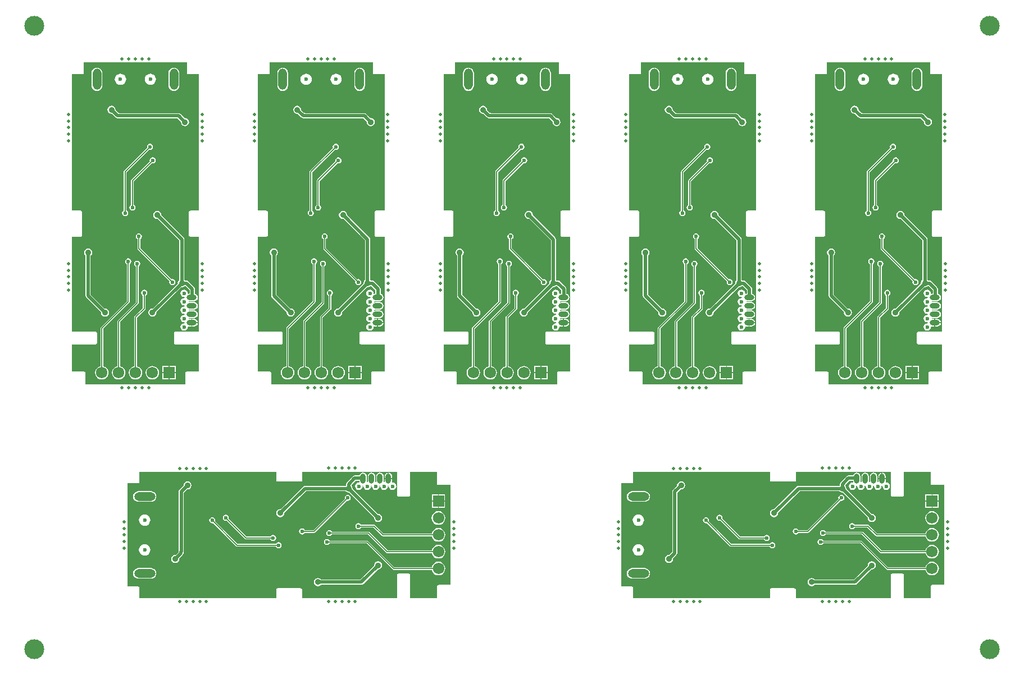
<source format=gbl>
G04*
G04 #@! TF.GenerationSoftware,Altium Limited,Altium Designer,20.2.6 (244)*
G04*
G04 Layer_Physical_Order=2*
G04 Layer_Color=16711680*
%FSLAX25Y25*%
%MOIN*%
G70*
G04*
G04 #@! TF.SameCoordinates,04AE22C5-7487-4C5A-A48C-FC1B26360BE3*
G04*
G04*
G04 #@! TF.FilePolarity,Positive*
G04*
G01*
G75*
%ADD10C,0.11811*%
G04:AMPARAMS|DCode=14|XSize=31.5mil|YSize=59.06mil|CornerRadius=15.75mil|HoleSize=0mil|Usage=FLASHONLY|Rotation=360.000|XOffset=0mil|YOffset=0mil|HoleType=Round|Shape=RoundedRectangle|*
%AMROUNDEDRECTD14*
21,1,0.03150,0.02756,0,0,360.0*
21,1,0.00000,0.05906,0,0,360.0*
1,1,0.03150,0.00000,-0.01378*
1,1,0.03150,0.00000,-0.01378*
1,1,0.03150,0.00000,0.01378*
1,1,0.03150,0.00000,0.01378*
%
%ADD14ROUNDEDRECTD14*%
%ADD23C,0.00598*%
%ADD24C,0.02000*%
G04:AMPARAMS|DCode=33|XSize=31.5mil|YSize=59.06mil|CornerRadius=15.75mil|HoleSize=0mil|Usage=FLASHONLY|Rotation=270.000|XOffset=0mil|YOffset=0mil|HoleType=Round|Shape=RoundedRectangle|*
%AMROUNDEDRECTD33*
21,1,0.03150,0.02756,0,0,270.0*
21,1,0.00000,0.05906,0,0,270.0*
1,1,0.03150,-0.01378,0.00000*
1,1,0.03150,-0.01378,0.00000*
1,1,0.03150,0.01378,0.00000*
1,1,0.03150,0.01378,0.00000*
%
%ADD33ROUNDEDRECTD33*%
%ADD39C,0.01968*%
%ADD40C,0.02362*%
%ADD41R,0.06791X0.06791*%
%ADD42C,0.06791*%
%ADD43O,0.12598X0.05118*%
%ADD44C,0.03543*%
%ADD45R,0.06791X0.06791*%
%ADD46O,0.05118X0.12598*%
G36*
X543426Y354085D02*
X543487Y353778D01*
X543661Y353517D01*
X543921Y353343D01*
X544228Y353282D01*
X550315D01*
X550315Y272211D01*
X545213Y272211D01*
X544905Y272150D01*
X544645Y271975D01*
X544471Y271715D01*
X544410Y271408D01*
Y257628D01*
X544471Y257321D01*
X544645Y257061D01*
X544905Y256887D01*
X545213Y256826D01*
X550315D01*
Y200360D01*
X536354D01*
X536047Y200299D01*
X535787Y200125D01*
X535613Y199865D01*
X535552Y199557D01*
Y193652D01*
X535613Y193345D01*
X535787Y193084D01*
X536047Y192910D01*
X536354Y192849D01*
X550315D01*
Y176738D01*
X543244D01*
X542937Y176677D01*
X542676Y176503D01*
X542502Y176243D01*
X542441Y175935D01*
Y168864D01*
X483023D01*
Y175935D01*
X482962Y176243D01*
X482788Y176503D01*
X482528Y176677D01*
X482220Y176738D01*
X475149D01*
Y192849D01*
X489110D01*
X489417Y192910D01*
X489678Y193084D01*
X489852Y193345D01*
X489913Y193652D01*
Y199557D01*
X489852Y199865D01*
X489678Y200125D01*
X489417Y200299D01*
X489110Y200360D01*
X475149Y200360D01*
X475149Y256826D01*
X480252Y256826D01*
X480559Y256887D01*
X480820Y257061D01*
X480994Y257321D01*
X481055Y257628D01*
X481055Y271408D01*
X480994Y271715D01*
X480820Y271976D01*
X480559Y272150D01*
X480252Y272211D01*
X475149Y272211D01*
X475149Y353282D01*
X481236D01*
X481543Y353343D01*
X481804Y353517D01*
X481978Y353778D01*
X482039Y354085D01*
Y360271D01*
X543426D01*
Y354085D01*
D02*
G37*
G36*
X433189D02*
X433250Y353778D01*
X433424Y353517D01*
X433685Y353343D01*
X433992Y353282D01*
X440079D01*
X440079Y272211D01*
X434976Y272211D01*
X434669Y272150D01*
X434409Y271975D01*
X434235Y271715D01*
X434174Y271408D01*
Y257628D01*
X434235Y257321D01*
X434409Y257061D01*
X434669Y256887D01*
X434976Y256826D01*
X440079D01*
Y200360D01*
X426118D01*
X425811Y200299D01*
X425551Y200125D01*
X425376Y199865D01*
X425315Y199557D01*
Y193652D01*
X425376Y193345D01*
X425551Y193084D01*
X425811Y192910D01*
X426118Y192849D01*
X440079D01*
Y176738D01*
X433008D01*
X432701Y176677D01*
X432440Y176503D01*
X432266Y176243D01*
X432205Y175935D01*
Y168864D01*
X372787D01*
Y175935D01*
X372726Y176243D01*
X372552Y176503D01*
X372291Y176677D01*
X371984Y176738D01*
X364913D01*
Y192849D01*
X378874D01*
X379181Y192910D01*
X379442Y193084D01*
X379616Y193345D01*
X379677Y193652D01*
Y199557D01*
X379616Y199865D01*
X379442Y200125D01*
X379181Y200299D01*
X378874Y200360D01*
X364913Y200360D01*
X364913Y256826D01*
X370016Y256826D01*
X370323Y256887D01*
X370583Y257061D01*
X370757Y257321D01*
X370818Y257628D01*
X370818Y271408D01*
X370757Y271715D01*
X370583Y271976D01*
X370323Y272150D01*
X370016Y272211D01*
X364913Y272211D01*
X364913Y353282D01*
X371000D01*
X371307Y353343D01*
X371568Y353517D01*
X371742Y353778D01*
X371803Y354085D01*
Y360271D01*
X433189D01*
Y354085D01*
D02*
G37*
G36*
X322953D02*
X323014Y353778D01*
X323188Y353517D01*
X323449Y353343D01*
X323756Y353282D01*
X329843D01*
X329843Y272211D01*
X324740Y272211D01*
X324433Y272150D01*
X324172Y271975D01*
X323998Y271715D01*
X323937Y271408D01*
Y257628D01*
X323998Y257321D01*
X324172Y257061D01*
X324433Y256887D01*
X324740Y256826D01*
X329843D01*
Y200360D01*
X315882D01*
X315575Y200299D01*
X315314Y200125D01*
X315140Y199865D01*
X315079Y199557D01*
Y193652D01*
X315140Y193345D01*
X315314Y193084D01*
X315575Y192910D01*
X315882Y192849D01*
X329843D01*
Y176738D01*
X322772D01*
X322464Y176677D01*
X322204Y176503D01*
X322030Y176243D01*
X321969Y175935D01*
Y168864D01*
X262551D01*
Y175935D01*
X262490Y176243D01*
X262316Y176503D01*
X262055Y176677D01*
X261748Y176738D01*
X254677D01*
Y192849D01*
X268638D01*
X268945Y192910D01*
X269205Y193084D01*
X269379Y193345D01*
X269441Y193652D01*
Y199557D01*
X269379Y199865D01*
X269205Y200125D01*
X268945Y200299D01*
X268638Y200360D01*
X254677Y200360D01*
X254677Y256826D01*
X259779Y256826D01*
X260087Y256887D01*
X260347Y257061D01*
X260521Y257321D01*
X260582Y257628D01*
X260582Y271408D01*
X260521Y271715D01*
X260347Y271976D01*
X260087Y272150D01*
X259779Y272211D01*
X254677Y272211D01*
X254677Y353282D01*
X260764D01*
X261071Y353343D01*
X261331Y353517D01*
X261505Y353778D01*
X261566Y354085D01*
Y360271D01*
X322953D01*
Y354085D01*
D02*
G37*
G36*
X212717D02*
X212778Y353778D01*
X212952Y353517D01*
X213212Y353343D01*
X213520Y353282D01*
X219607D01*
X219607Y272211D01*
X214504Y272211D01*
X214197Y272150D01*
X213936Y271975D01*
X213762Y271715D01*
X213701Y271408D01*
Y257628D01*
X213762Y257321D01*
X213936Y257061D01*
X214197Y256887D01*
X214504Y256826D01*
X219607D01*
Y200360D01*
X205646D01*
X205339Y200299D01*
X205078Y200125D01*
X204904Y199865D01*
X204843Y199557D01*
Y193652D01*
X204904Y193345D01*
X205078Y193084D01*
X205339Y192910D01*
X205646Y192849D01*
X219607D01*
Y176738D01*
X212536D01*
X212228Y176677D01*
X211968Y176503D01*
X211794Y176243D01*
X211733Y175935D01*
Y168864D01*
X152315D01*
Y175935D01*
X152253Y176243D01*
X152079Y176503D01*
X151819Y176677D01*
X151512Y176738D01*
X144441D01*
Y192849D01*
X158402D01*
X158709Y192910D01*
X158969Y193084D01*
X159143Y193345D01*
X159204Y193652D01*
Y199557D01*
X159143Y199865D01*
X158969Y200125D01*
X158709Y200299D01*
X158402Y200360D01*
X144440Y200360D01*
X144440Y256826D01*
X149543Y256826D01*
X149850Y256887D01*
X150111Y257061D01*
X150285Y257321D01*
X150346Y257628D01*
X150346Y271408D01*
X150285Y271715D01*
X150111Y271976D01*
X149850Y272150D01*
X149543Y272211D01*
X144440Y272211D01*
X144441Y353282D01*
X150528D01*
X150835Y353343D01*
X151095Y353517D01*
X151269Y353778D01*
X151330Y354085D01*
Y360271D01*
X212717D01*
Y354085D01*
D02*
G37*
G36*
X102481D02*
X102542Y353778D01*
X102716Y353517D01*
X102976Y353343D01*
X103284Y353282D01*
X109370D01*
X109370Y272211D01*
X104268Y272211D01*
X103961Y272150D01*
X103700Y271975D01*
X103526Y271715D01*
X103465Y271408D01*
Y257628D01*
X103526Y257321D01*
X103700Y257061D01*
X103961Y256887D01*
X104268Y256826D01*
X109370D01*
Y200360D01*
X95410D01*
X95102Y200299D01*
X94842Y200125D01*
X94668Y199865D01*
X94607Y199557D01*
Y193652D01*
X94668Y193345D01*
X94842Y193084D01*
X95102Y192910D01*
X95410Y192849D01*
X109370D01*
Y176738D01*
X102299D01*
X101992Y176677D01*
X101732Y176503D01*
X101558Y176243D01*
X101496Y175935D01*
Y168864D01*
X42078D01*
Y175935D01*
X42017Y176243D01*
X41843Y176503D01*
X41583Y176677D01*
X41276Y176738D01*
X34204D01*
Y192849D01*
X48165D01*
X48472Y192910D01*
X48733Y193084D01*
X48907Y193345D01*
X48968Y193652D01*
Y199557D01*
X48907Y199865D01*
X48733Y200125D01*
X48472Y200299D01*
X48165Y200360D01*
X34204Y200360D01*
X34204Y256826D01*
X39307Y256826D01*
X39614Y256887D01*
X39875Y257061D01*
X40049Y257321D01*
X40110Y257628D01*
X40110Y271408D01*
X40049Y271715D01*
X39875Y271976D01*
X39614Y272150D01*
X39307Y272211D01*
X34204Y272211D01*
X34204Y353282D01*
X40291D01*
X40598Y353343D01*
X40859Y353517D01*
X41033Y353778D01*
X41094Y354085D01*
Y360271D01*
X102481D01*
Y354085D01*
D02*
G37*
G36*
X543776Y110088D02*
X543837Y109781D01*
X544011Y109521D01*
X544272Y109346D01*
X544579Y109285D01*
X551650D01*
Y49867D01*
X544579D01*
X544272Y49806D01*
X544011Y49632D01*
X543837Y49372D01*
X543776Y49064D01*
Y41993D01*
X527665D01*
Y55954D01*
X527604Y56261D01*
X527430Y56522D01*
X527170Y56696D01*
X526863Y56757D01*
X520957D01*
X520650Y56696D01*
X520390Y56522D01*
X520215Y56261D01*
X520154Y55954D01*
X520154Y41993D01*
X463689Y41993D01*
X463689Y47096D01*
X463628Y47403D01*
X463454Y47664D01*
X463193Y47838D01*
X462886Y47899D01*
X449107Y47899D01*
X448800Y47838D01*
X448539Y47664D01*
X448365Y47403D01*
X448304Y47096D01*
X448304Y41993D01*
X367232Y41993D01*
Y48080D01*
X367171Y48388D01*
X366997Y48648D01*
X366737Y48822D01*
X366429Y48883D01*
X360244D01*
Y110270D01*
X366430D01*
X366737Y110331D01*
X366997Y110505D01*
X367171Y110765D01*
X367232Y111073D01*
Y117159D01*
X448304Y117159D01*
X448304Y112057D01*
X448365Y111749D01*
X448539Y111489D01*
X448800Y111315D01*
X449107Y111254D01*
X462886D01*
X463193Y111315D01*
X463454Y111489D01*
X463628Y111749D01*
X463689Y112057D01*
Y117159D01*
X520154D01*
Y103199D01*
X520215Y102891D01*
X520390Y102631D01*
X520650Y102457D01*
X520957Y102396D01*
X526863D01*
X527170Y102457D01*
X527430Y102631D01*
X527604Y102891D01*
X527665Y103199D01*
Y117159D01*
X543776D01*
Y110088D01*
D02*
G37*
G36*
X250799Y110088D02*
X250861Y109781D01*
X251035Y109521D01*
X251295Y109346D01*
X251602Y109285D01*
X258674D01*
Y49867D01*
X251602D01*
X251295Y49806D01*
X251035Y49632D01*
X250861Y49372D01*
X250799Y49064D01*
Y41993D01*
X234688D01*
Y55954D01*
X234627Y56261D01*
X234453Y56522D01*
X234193Y56696D01*
X233886Y56757D01*
X227980D01*
X227673Y56696D01*
X227413Y56522D01*
X227239Y56261D01*
X227177Y55954D01*
X227177Y41993D01*
X170712Y41993D01*
X170712Y47096D01*
X170651Y47403D01*
X170477Y47664D01*
X170217Y47838D01*
X169909Y47899D01*
X156130Y47899D01*
X155823Y47838D01*
X155562Y47664D01*
X155388Y47403D01*
X155327Y47096D01*
X155327Y41993D01*
X74255Y41993D01*
Y48080D01*
X74194Y48388D01*
X74020Y48648D01*
X73760Y48822D01*
X73453Y48883D01*
X67267D01*
Y110270D01*
X73453D01*
X73760Y110331D01*
X74020Y110505D01*
X74194Y110765D01*
X74256Y111073D01*
Y117159D01*
X155327Y117159D01*
X155327Y112057D01*
X155388Y111749D01*
X155562Y111489D01*
X155823Y111315D01*
X156130Y111254D01*
X169909D01*
X170217Y111315D01*
X170477Y111489D01*
X170651Y111749D01*
X170712Y112057D01*
Y117159D01*
X227177D01*
Y103199D01*
X227239Y102891D01*
X227413Y102631D01*
X227673Y102457D01*
X227980Y102396D01*
X233886D01*
X234193Y102457D01*
X234453Y102631D01*
X234627Y102891D01*
X234688Y103199D01*
Y117159D01*
X250799D01*
Y110088D01*
D02*
G37*
%LPC*%
G36*
X521591Y353622D02*
X520717Y353507D01*
X519903Y353170D01*
X519204Y352633D01*
X518667Y351934D01*
X518330Y351120D01*
X518215Y350247D01*
X518330Y349373D01*
X518667Y348559D01*
X519204Y347860D01*
X519903Y347323D01*
X520717Y346986D01*
X521591Y346871D01*
X522464Y346986D01*
X523278Y347323D01*
X523977Y347860D01*
X524514Y348559D01*
X524851Y349373D01*
X524966Y350247D01*
X524851Y351120D01*
X524514Y351934D01*
X523977Y352633D01*
X523278Y353170D01*
X522464Y353507D01*
X521591Y353622D01*
D02*
G37*
G36*
X503874D02*
X503000Y353507D01*
X502186Y353170D01*
X501487Y352633D01*
X500951Y351934D01*
X500614Y351120D01*
X500499Y350247D01*
X500614Y349373D01*
X500951Y348559D01*
X501487Y347860D01*
X502186Y347323D01*
X503000Y346986D01*
X503874Y346871D01*
X504748Y346986D01*
X505562Y347323D01*
X506261Y347860D01*
X506797Y348559D01*
X507134Y349373D01*
X507249Y350247D01*
X507134Y351120D01*
X506797Y351934D01*
X506261Y352633D01*
X505562Y353170D01*
X504748Y353507D01*
X503874Y353622D01*
D02*
G37*
G36*
X535567Y357171D02*
X534743Y357063D01*
X533975Y356745D01*
X533315Y356239D01*
X532809Y355579D01*
X532491Y354811D01*
X532382Y353987D01*
Y346506D01*
X532491Y345682D01*
X532809Y344914D01*
X533315Y344254D01*
X533975Y343748D01*
X534743Y343430D01*
X535567Y343322D01*
X536391Y343430D01*
X537159Y343748D01*
X537819Y344254D01*
X538325Y344914D01*
X538643Y345682D01*
X538752Y346506D01*
Y353987D01*
X538643Y354811D01*
X538325Y355579D01*
X537819Y356239D01*
X537159Y356745D01*
X536391Y357063D01*
X535567Y357171D01*
D02*
G37*
G36*
X489898D02*
X489073Y357063D01*
X488305Y356745D01*
X487646Y356239D01*
X487140Y355579D01*
X486821Y354811D01*
X486713Y353987D01*
Y346506D01*
X486821Y345682D01*
X487140Y344914D01*
X487646Y344254D01*
X488305Y343748D01*
X489073Y343430D01*
X489898Y343322D01*
X490722Y343430D01*
X491490Y343748D01*
X492150Y344254D01*
X492656Y344914D01*
X492974Y345682D01*
X493082Y346506D01*
Y353987D01*
X492974Y354811D01*
X492656Y355579D01*
X492150Y356239D01*
X491490Y356745D01*
X490722Y357063D01*
X489898Y357171D01*
D02*
G37*
G36*
X498559Y334553D02*
X497634Y334369D01*
X496850Y333845D01*
X496326Y333061D01*
X496142Y332136D01*
X496326Y331211D01*
X496850Y330428D01*
X497634Y329904D01*
X498559Y329720D01*
X498771Y329762D01*
X500922Y327610D01*
X501419Y327278D01*
X502004Y327162D01*
X502493D01*
X502988Y327063D01*
X537788D01*
X539787Y325064D01*
X539745Y324853D01*
X539929Y323928D01*
X540453Y323144D01*
X541237Y322620D01*
X542161Y322436D01*
X543086Y322620D01*
X543870Y323144D01*
X544394Y323928D01*
X544578Y324853D01*
X544394Y325778D01*
X543870Y326561D01*
X543086Y327085D01*
X542161Y327269D01*
X541950Y327227D01*
X539503Y329674D01*
X539007Y330006D01*
X538421Y330122D01*
X503483D01*
X502988Y330221D01*
X502637D01*
X500934Y331925D01*
X500976Y332136D01*
X500792Y333061D01*
X500268Y333845D01*
X499484Y334369D01*
X498559Y334553D01*
D02*
G37*
G36*
X521394Y312002D02*
X520699Y311864D01*
X520111Y311470D01*
X519717Y310882D01*
X519579Y310187D01*
X519689Y309635D01*
X506054Y296000D01*
X505877Y295736D01*
X505815Y295424D01*
Y272425D01*
X505347Y272112D01*
X504954Y271523D01*
X504815Y270829D01*
X504954Y270134D01*
X505347Y269546D01*
X505935Y269152D01*
X506630Y269014D01*
X507324Y269152D01*
X507913Y269546D01*
X508306Y270134D01*
X508444Y270829D01*
X508306Y271523D01*
X507913Y272112D01*
X507445Y272425D01*
Y295086D01*
X520842Y308483D01*
X521394Y308373D01*
X522088Y308511D01*
X522677Y308904D01*
X523070Y309493D01*
X523208Y310187D01*
X523070Y310882D01*
X522677Y311470D01*
X522088Y311864D01*
X521394Y312002D01*
D02*
G37*
G36*
X522968Y303931D02*
X522274Y303793D01*
X521686Y303399D01*
X521292Y302811D01*
X521154Y302117D01*
X521264Y301564D01*
X510384Y290685D01*
X510208Y290421D01*
X510146Y290109D01*
Y275673D01*
X509678Y275360D01*
X509284Y274771D01*
X509146Y274077D01*
X509284Y273382D01*
X509678Y272794D01*
X510266Y272401D01*
X510961Y272263D01*
X511655Y272401D01*
X512244Y272794D01*
X512637Y273382D01*
X512775Y274077D01*
X512637Y274771D01*
X512244Y275360D01*
X511775Y275673D01*
Y289771D01*
X522416Y300412D01*
X522968Y300302D01*
X523663Y300440D01*
X524252Y300834D01*
X524645Y301422D01*
X524783Y302117D01*
X524645Y302811D01*
X524252Y303399D01*
X523663Y303793D01*
X522968Y303931D01*
D02*
G37*
G36*
X514799Y258695D02*
X514105Y258557D01*
X513516Y258163D01*
X513123Y257575D01*
X512985Y256880D01*
X513123Y256186D01*
X513516Y255597D01*
X513984Y255285D01*
Y249663D01*
X514046Y249351D01*
X514223Y249086D01*
X532983Y230326D01*
X532873Y229774D01*
X533012Y229080D01*
X533405Y228491D01*
X533994Y228098D01*
X534688Y227960D01*
X535382Y228098D01*
X535971Y228491D01*
X536364Y229080D01*
X536502Y229774D01*
X536364Y230468D01*
X535971Y231057D01*
X535382Y231450D01*
X534688Y231588D01*
X534136Y231479D01*
X515614Y250000D01*
Y255285D01*
X516082Y255597D01*
X516475Y256186D01*
X516614Y256880D01*
X516475Y257575D01*
X516082Y258163D01*
X515493Y258557D01*
X514799Y258695D01*
D02*
G37*
G36*
X525724Y272151D02*
X524800Y271967D01*
X524016Y271443D01*
X523492Y270659D01*
X523308Y269735D01*
X523492Y268810D01*
X524016Y268026D01*
X524800Y267502D01*
X525724Y267318D01*
X525936Y267360D01*
X538762Y254534D01*
Y231012D01*
X538583Y230892D01*
X538059Y230108D01*
X537875Y229184D01*
X537917Y228972D01*
X523023Y214078D01*
X522811Y214120D01*
X521886Y213936D01*
X521102Y213412D01*
X520578Y212628D01*
X520395Y211703D01*
X520578Y210778D01*
X521102Y209995D01*
X521886Y209471D01*
X522811Y209287D01*
X523736Y209471D01*
X524520Y209995D01*
X525044Y210778D01*
X525227Y211703D01*
X525185Y211915D01*
X540080Y226809D01*
X540291Y226767D01*
X541216Y226951D01*
X542000Y227475D01*
X542527Y227442D01*
X544963Y225007D01*
Y222856D01*
X544819D01*
X544290Y222751D01*
X543857Y223140D01*
X543689Y223985D01*
X543211Y224701D01*
X542494Y225180D01*
X541650Y225348D01*
X540805Y225180D01*
X540089Y224701D01*
X539610Y223985D01*
X539442Y223140D01*
X539610Y222295D01*
X540089Y221579D01*
X540805Y221100D01*
X541650Y220932D01*
X541733Y220949D01*
X542109Y220640D01*
X541733Y220331D01*
X541650Y220348D01*
X540805Y220180D01*
X540089Y219701D01*
X539610Y218985D01*
X539442Y218140D01*
X539610Y217295D01*
X540089Y216579D01*
X540805Y216101D01*
X541650Y215932D01*
X541733Y215949D01*
X542109Y215640D01*
X541733Y215331D01*
X541650Y215348D01*
X540805Y215180D01*
X540089Y214701D01*
X539610Y213985D01*
X539442Y213140D01*
X539610Y212295D01*
X540089Y211579D01*
X540805Y211101D01*
X541650Y210932D01*
X541733Y210949D01*
X542109Y210640D01*
X541733Y210331D01*
X541650Y210348D01*
X540805Y210180D01*
X540089Y209701D01*
X539610Y208985D01*
X539442Y208140D01*
X539610Y207295D01*
X540089Y206579D01*
X540805Y206101D01*
X541650Y205932D01*
X541733Y205949D01*
X542109Y205640D01*
X541733Y205331D01*
X541650Y205348D01*
X540805Y205180D01*
X540089Y204701D01*
X539610Y203985D01*
X539442Y203140D01*
X539610Y202295D01*
X540089Y201579D01*
X540805Y201100D01*
X541650Y200932D01*
X542494Y201100D01*
X543211Y201579D01*
X543689Y202295D01*
X543857Y203140D01*
X544290Y203529D01*
X544819Y203424D01*
X545897D01*
Y205640D01*
Y207856D01*
X544819D01*
X544603Y207813D01*
X544211Y208140D01*
X544603Y208467D01*
X544819Y208424D01*
X547575D01*
X548423Y208593D01*
X549142Y209073D01*
X549622Y209792D01*
X549791Y210640D01*
X549622Y211488D01*
X549142Y212207D01*
X548423Y212687D01*
X547575Y212856D01*
X544819D01*
X544603Y212813D01*
X544211Y213140D01*
X544603Y213467D01*
X544819Y213424D01*
X547575D01*
X548423Y213593D01*
X549142Y214073D01*
X549622Y214792D01*
X549791Y215640D01*
X549622Y216488D01*
X549142Y217207D01*
X548423Y217688D01*
X547575Y217856D01*
X544819D01*
X544603Y217813D01*
X544211Y218140D01*
X544603Y218467D01*
X544819Y218424D01*
X547575D01*
X548423Y218593D01*
X549142Y219073D01*
X549622Y219792D01*
X549791Y220640D01*
X549622Y221488D01*
X549142Y222207D01*
X548423Y222688D01*
X548021Y222767D01*
Y225640D01*
X547905Y226225D01*
X547573Y226722D01*
X544075Y230220D01*
X543579Y230551D01*
X542994Y230667D01*
X542150D01*
X542000Y230892D01*
X541821Y231012D01*
Y255168D01*
X541704Y255753D01*
X541373Y256249D01*
X528099Y269523D01*
X528141Y269735D01*
X527957Y270659D01*
X527433Y271443D01*
X526649Y271967D01*
X525724Y272151D01*
D02*
G37*
G36*
X484681Y249848D02*
X483756Y249664D01*
X482972Y249140D01*
X482448Y248356D01*
X482265Y247431D01*
X482448Y246507D01*
X482972Y245723D01*
X483152Y245603D01*
Y221674D01*
X483268Y221089D01*
X483600Y220592D01*
X492277Y211915D01*
X492235Y211703D01*
X492419Y210778D01*
X492943Y209995D01*
X493727Y209471D01*
X494652Y209287D01*
X495577Y209471D01*
X496360Y209995D01*
X496884Y210778D01*
X497068Y211703D01*
X496884Y212628D01*
X496360Y213412D01*
X495577Y213936D01*
X494652Y214120D01*
X494440Y214078D01*
X486210Y222307D01*
Y245603D01*
X486390Y245723D01*
X486914Y246507D01*
X487098Y247431D01*
X486914Y248356D01*
X486390Y249140D01*
X485606Y249664D01*
X484681Y249848D01*
D02*
G37*
G36*
X547575Y207856D02*
X546496D01*
Y205939D01*
X549731D01*
X549622Y206488D01*
X549142Y207207D01*
X548423Y207687D01*
X547575Y207856D01*
D02*
G37*
G36*
X549731Y205341D02*
X546496D01*
Y203424D01*
X547575D01*
X548423Y203593D01*
X549142Y204073D01*
X549622Y204792D01*
X549731Y205341D01*
D02*
G37*
G36*
X536805Y179929D02*
X533110D01*
Y176235D01*
X536805D01*
Y179929D01*
D02*
G37*
G36*
X532512D02*
X528817D01*
Y176235D01*
X532512D01*
Y179929D01*
D02*
G37*
G36*
X536805Y175636D02*
X533110D01*
Y171941D01*
X536805D01*
Y175636D01*
D02*
G37*
G36*
X532512D02*
X528817D01*
Y171941D01*
X532512D01*
Y175636D01*
D02*
G37*
G36*
X522811Y179964D02*
X521768Y179827D01*
X520797Y179424D01*
X519962Y178784D01*
X519322Y177950D01*
X518920Y176978D01*
X518782Y175935D01*
X518920Y174893D01*
X519322Y173921D01*
X519962Y173087D01*
X520797Y172447D01*
X521768Y172044D01*
X522811Y171907D01*
X523854Y172044D01*
X524825Y172447D01*
X525660Y173087D01*
X526300Y173921D01*
X526702Y174893D01*
X526840Y175935D01*
X526702Y176978D01*
X526300Y177950D01*
X525660Y178784D01*
X524825Y179424D01*
X523854Y179827D01*
X522811Y179964D01*
D02*
G37*
G36*
X517949Y225191D02*
X517254Y225053D01*
X516666Y224659D01*
X516272Y224071D01*
X516134Y223376D01*
X516272Y222682D01*
X516666Y222093D01*
X517134Y221781D01*
Y214364D01*
X512235Y209464D01*
X512058Y209200D01*
X511996Y208888D01*
Y179857D01*
X511768Y179827D01*
X510797Y179424D01*
X509962Y178784D01*
X509322Y177950D01*
X508920Y176978D01*
X508782Y175935D01*
X508920Y174893D01*
X509322Y173921D01*
X509962Y173087D01*
X510797Y172447D01*
X511768Y172044D01*
X512811Y171907D01*
X513854Y172044D01*
X514825Y172447D01*
X515660Y173087D01*
X516300Y173921D01*
X516702Y174893D01*
X516840Y175935D01*
X516702Y176978D01*
X516300Y177950D01*
X515660Y178784D01*
X514825Y179424D01*
X513854Y179827D01*
X513626Y179857D01*
Y208551D01*
X518525Y213450D01*
X518702Y213714D01*
X518764Y214026D01*
Y221781D01*
X519232Y222093D01*
X519625Y222682D01*
X519763Y223376D01*
X519625Y224071D01*
X519232Y224659D01*
X518643Y225053D01*
X517949Y225191D01*
D02*
G37*
G36*
X513826Y242466D02*
X513132Y242328D01*
X512543Y241935D01*
X512150Y241346D01*
X512012Y240652D01*
X512150Y239957D01*
X512543Y239369D01*
X513012Y239056D01*
Y217780D01*
X502235Y207004D01*
X502058Y206739D01*
X501996Y206428D01*
Y179857D01*
X501768Y179827D01*
X500797Y179424D01*
X499962Y178784D01*
X499322Y177950D01*
X498920Y176978D01*
X498782Y175935D01*
X498920Y174893D01*
X499322Y173921D01*
X499962Y173087D01*
X500797Y172447D01*
X501768Y172044D01*
X502811Y171907D01*
X503854Y172044D01*
X504825Y172447D01*
X505660Y173087D01*
X506300Y173921D01*
X506702Y174893D01*
X506840Y175935D01*
X506702Y176978D01*
X506300Y177950D01*
X505660Y178784D01*
X504825Y179424D01*
X503854Y179827D01*
X503626Y179857D01*
Y206090D01*
X514403Y216867D01*
X514579Y217131D01*
X514641Y217443D01*
Y239056D01*
X515109Y239369D01*
X515503Y239957D01*
X515641Y240652D01*
X515503Y241346D01*
X515109Y241935D01*
X514521Y242328D01*
X513826Y242466D01*
D02*
G37*
G36*
X508520Y243931D02*
X507825Y243793D01*
X507237Y243400D01*
X506843Y242811D01*
X506705Y242116D01*
X506843Y241422D01*
X507237Y240834D01*
X507705Y240521D01*
Y218517D01*
X492235Y203047D01*
X492058Y202783D01*
X491996Y202471D01*
Y179857D01*
X491768Y179827D01*
X490797Y179424D01*
X489962Y178784D01*
X489322Y177950D01*
X488920Y176978D01*
X488782Y175935D01*
X488920Y174893D01*
X489322Y173921D01*
X489962Y173087D01*
X490797Y172447D01*
X491768Y172044D01*
X492811Y171907D01*
X493854Y172044D01*
X494825Y172447D01*
X495660Y173087D01*
X496300Y173921D01*
X496702Y174893D01*
X496840Y175935D01*
X496702Y176978D01*
X496300Y177950D01*
X495660Y178784D01*
X494825Y179424D01*
X493854Y179827D01*
X493626Y179857D01*
Y202133D01*
X509096Y217603D01*
X509272Y217868D01*
X509335Y218179D01*
Y240521D01*
X509803Y240834D01*
X510196Y241422D01*
X510334Y242116D01*
X510196Y242811D01*
X509803Y243400D01*
X509214Y243793D01*
X508520Y243931D01*
D02*
G37*
G36*
X411354Y353622D02*
X410481Y353507D01*
X409667Y353170D01*
X408968Y352633D01*
X408431Y351934D01*
X408094Y351120D01*
X407979Y350247D01*
X408094Y349373D01*
X408431Y348559D01*
X408968Y347860D01*
X409667Y347323D01*
X410481Y346986D01*
X411354Y346871D01*
X412228Y346986D01*
X413042Y347323D01*
X413741Y347860D01*
X414277Y348559D01*
X414615Y349373D01*
X414730Y350247D01*
X414615Y351120D01*
X414277Y351934D01*
X413741Y352633D01*
X413042Y353170D01*
X412228Y353507D01*
X411354Y353622D01*
D02*
G37*
G36*
X393638D02*
X392764Y353507D01*
X391950Y353170D01*
X391251Y352633D01*
X390715Y351934D01*
X390377Y351120D01*
X390262Y350247D01*
X390377Y349373D01*
X390715Y348559D01*
X391251Y347860D01*
X391950Y347323D01*
X392764Y346986D01*
X393638Y346871D01*
X394511Y346986D01*
X395325Y347323D01*
X396024Y347860D01*
X396561Y348559D01*
X396898Y349373D01*
X397013Y350247D01*
X396898Y351120D01*
X396561Y351934D01*
X396024Y352633D01*
X395325Y353170D01*
X394511Y353507D01*
X393638Y353622D01*
D02*
G37*
G36*
X425331Y357171D02*
X424506Y357063D01*
X423738Y356745D01*
X423079Y356239D01*
X422573Y355579D01*
X422255Y354811D01*
X422146Y353987D01*
Y346506D01*
X422255Y345682D01*
X422573Y344914D01*
X423079Y344254D01*
X423738Y343748D01*
X424506Y343430D01*
X425331Y343322D01*
X426155Y343430D01*
X426923Y343748D01*
X427583Y344254D01*
X428089Y344914D01*
X428407Y345682D01*
X428515Y346506D01*
Y353987D01*
X428407Y354811D01*
X428089Y355579D01*
X427583Y356239D01*
X426923Y356745D01*
X426155Y357063D01*
X425331Y357171D01*
D02*
G37*
G36*
X379661D02*
X378837Y357063D01*
X378069Y356745D01*
X377410Y356239D01*
X376903Y355579D01*
X376585Y354811D01*
X376477Y353987D01*
Y346506D01*
X376585Y345682D01*
X376903Y344914D01*
X377410Y344254D01*
X378069Y343748D01*
X378837Y343430D01*
X379661Y343322D01*
X380486Y343430D01*
X381254Y343748D01*
X381913Y344254D01*
X382419Y344914D01*
X382738Y345682D01*
X382846Y346506D01*
Y353987D01*
X382738Y354811D01*
X382419Y355579D01*
X381913Y356239D01*
X381254Y356745D01*
X380486Y357063D01*
X379661Y357171D01*
D02*
G37*
G36*
X388323Y334553D02*
X387398Y334369D01*
X386614Y333845D01*
X386090Y333061D01*
X385906Y332136D01*
X386090Y331211D01*
X386614Y330428D01*
X387398Y329904D01*
X388323Y329720D01*
X388534Y329762D01*
X390686Y327610D01*
X391182Y327278D01*
X391768Y327162D01*
X392257D01*
X392752Y327063D01*
X427552D01*
X429551Y325064D01*
X429509Y324853D01*
X429693Y323928D01*
X430216Y323144D01*
X431000Y322620D01*
X431925Y322436D01*
X432850Y322620D01*
X433634Y323144D01*
X434158Y323928D01*
X434342Y324853D01*
X434158Y325778D01*
X433634Y326561D01*
X432850Y327085D01*
X431925Y327269D01*
X431714Y327227D01*
X429266Y329674D01*
X428770Y330006D01*
X428185Y330122D01*
X393247D01*
X392752Y330221D01*
X392401D01*
X390697Y331925D01*
X390739Y332136D01*
X390555Y333061D01*
X390032Y333845D01*
X389248Y334369D01*
X388323Y334553D01*
D02*
G37*
G36*
X411158Y312002D02*
X410463Y311864D01*
X409874Y311470D01*
X409481Y310882D01*
X409343Y310187D01*
X409453Y309635D01*
X395817Y296000D01*
X395641Y295736D01*
X395579Y295424D01*
Y272425D01*
X395111Y272112D01*
X394717Y271523D01*
X394579Y270829D01*
X394717Y270134D01*
X395111Y269546D01*
X395699Y269152D01*
X396394Y269014D01*
X397088Y269152D01*
X397677Y269546D01*
X398070Y270134D01*
X398208Y270829D01*
X398070Y271523D01*
X397677Y272112D01*
X397208Y272425D01*
Y295086D01*
X410605Y308483D01*
X411158Y308373D01*
X411852Y308511D01*
X412440Y308904D01*
X412834Y309493D01*
X412972Y310187D01*
X412834Y310882D01*
X412440Y311470D01*
X411852Y311864D01*
X411158Y312002D01*
D02*
G37*
G36*
X412732Y303931D02*
X412038Y303793D01*
X411449Y303399D01*
X411056Y302811D01*
X410918Y302117D01*
X411028Y301564D01*
X400148Y290685D01*
X399972Y290421D01*
X399909Y290109D01*
Y275673D01*
X399441Y275360D01*
X399048Y274771D01*
X398910Y274077D01*
X399048Y273382D01*
X399441Y272794D01*
X400030Y272401D01*
X400724Y272263D01*
X401419Y272401D01*
X402007Y272794D01*
X402401Y273382D01*
X402539Y274077D01*
X402401Y274771D01*
X402007Y275360D01*
X401539Y275673D01*
Y289771D01*
X412180Y300412D01*
X412732Y300302D01*
X413427Y300440D01*
X414015Y300834D01*
X414408Y301422D01*
X414547Y302117D01*
X414408Y302811D01*
X414015Y303399D01*
X413427Y303793D01*
X412732Y303931D01*
D02*
G37*
G36*
X404563Y258695D02*
X403869Y258557D01*
X403280Y258163D01*
X402887Y257575D01*
X402749Y256880D01*
X402887Y256186D01*
X403280Y255597D01*
X403748Y255285D01*
Y249663D01*
X403810Y249351D01*
X403987Y249086D01*
X422747Y230326D01*
X422637Y229774D01*
X422775Y229080D01*
X423169Y228491D01*
X423757Y228098D01*
X424452Y227960D01*
X425146Y228098D01*
X425735Y228491D01*
X426128Y229080D01*
X426266Y229774D01*
X426128Y230468D01*
X425735Y231057D01*
X425146Y231450D01*
X424452Y231588D01*
X423900Y231479D01*
X405378Y250000D01*
Y255285D01*
X405846Y255597D01*
X406239Y256186D01*
X406377Y256880D01*
X406239Y257575D01*
X405846Y258163D01*
X405257Y258557D01*
X404563Y258695D01*
D02*
G37*
G36*
X415488Y272151D02*
X414563Y271967D01*
X413779Y271443D01*
X413256Y270659D01*
X413072Y269735D01*
X413256Y268810D01*
X413779Y268026D01*
X414563Y267502D01*
X415488Y267318D01*
X415700Y267360D01*
X428526Y254534D01*
Y231012D01*
X428346Y230892D01*
X427822Y230108D01*
X427639Y229184D01*
X427681Y228972D01*
X412786Y214078D01*
X412575Y214120D01*
X411650Y213936D01*
X410866Y213412D01*
X410342Y212628D01*
X410158Y211703D01*
X410342Y210778D01*
X410866Y209995D01*
X411650Y209471D01*
X412575Y209287D01*
X413499Y209471D01*
X414284Y209995D01*
X414807Y210778D01*
X414991Y211703D01*
X414949Y211915D01*
X429844Y226809D01*
X430055Y226767D01*
X430980Y226951D01*
X431764Y227475D01*
X432291Y227442D01*
X434726Y225007D01*
Y222856D01*
X434582D01*
X434054Y222751D01*
X433621Y223140D01*
X433453Y223985D01*
X432974Y224701D01*
X432258Y225180D01*
X431413Y225348D01*
X430569Y225180D01*
X429852Y224701D01*
X429374Y223985D01*
X429206Y223140D01*
X429374Y222295D01*
X429852Y221579D01*
X430569Y221100D01*
X431413Y220932D01*
X431497Y220949D01*
X431873Y220640D01*
X431497Y220331D01*
X431413Y220348D01*
X430569Y220180D01*
X429852Y219701D01*
X429374Y218985D01*
X429206Y218140D01*
X429374Y217295D01*
X429852Y216579D01*
X430569Y216101D01*
X431413Y215932D01*
X431497Y215949D01*
X431873Y215640D01*
X431497Y215331D01*
X431413Y215348D01*
X430569Y215180D01*
X429852Y214701D01*
X429374Y213985D01*
X429206Y213140D01*
X429374Y212295D01*
X429852Y211579D01*
X430569Y211101D01*
X431413Y210932D01*
X431497Y210949D01*
X431873Y210640D01*
X431497Y210331D01*
X431413Y210348D01*
X430569Y210180D01*
X429852Y209701D01*
X429374Y208985D01*
X429206Y208140D01*
X429374Y207295D01*
X429852Y206579D01*
X430569Y206101D01*
X431413Y205932D01*
X431497Y205949D01*
X431873Y205640D01*
X431497Y205331D01*
X431413Y205348D01*
X430569Y205180D01*
X429852Y204701D01*
X429374Y203985D01*
X429206Y203140D01*
X429374Y202295D01*
X429852Y201579D01*
X430569Y201100D01*
X431413Y200932D01*
X432258Y201100D01*
X432974Y201579D01*
X433453Y202295D01*
X433621Y203140D01*
X434054Y203529D01*
X434582Y203424D01*
X435661D01*
Y205640D01*
Y207856D01*
X434582D01*
X434367Y207813D01*
X433975Y208140D01*
X434367Y208467D01*
X434582Y208424D01*
X437338D01*
X438186Y208593D01*
X438905Y209073D01*
X439386Y209792D01*
X439554Y210640D01*
X439386Y211488D01*
X438905Y212207D01*
X438186Y212687D01*
X437338Y212856D01*
X434582D01*
X434367Y212813D01*
X433975Y213140D01*
X434367Y213467D01*
X434582Y213424D01*
X437338D01*
X438186Y213593D01*
X438905Y214073D01*
X439386Y214792D01*
X439554Y215640D01*
X439386Y216488D01*
X438905Y217207D01*
X438186Y217688D01*
X437338Y217856D01*
X434582D01*
X434367Y217813D01*
X433975Y218140D01*
X434367Y218467D01*
X434582Y218424D01*
X437338D01*
X438186Y218593D01*
X438905Y219073D01*
X439386Y219792D01*
X439554Y220640D01*
X439386Y221488D01*
X438905Y222207D01*
X438186Y222688D01*
X437785Y222767D01*
Y225640D01*
X437669Y226225D01*
X437337Y226722D01*
X433839Y230220D01*
X433343Y230551D01*
X432758Y230667D01*
X431914D01*
X431764Y230892D01*
X431585Y231012D01*
Y255168D01*
X431468Y255753D01*
X431137Y256249D01*
X417863Y269523D01*
X417905Y269735D01*
X417721Y270659D01*
X417197Y271443D01*
X416413Y271967D01*
X415488Y272151D01*
D02*
G37*
G36*
X374445Y249848D02*
X373520Y249664D01*
X372736Y249140D01*
X372212Y248356D01*
X372028Y247431D01*
X372212Y246507D01*
X372736Y245723D01*
X372916Y245603D01*
Y221674D01*
X373032Y221089D01*
X373363Y220592D01*
X382041Y211915D01*
X381999Y211703D01*
X382183Y210778D01*
X382707Y209995D01*
X383491Y209471D01*
X384416Y209287D01*
X385340Y209471D01*
X386124Y209995D01*
X386648Y210778D01*
X386832Y211703D01*
X386648Y212628D01*
X386124Y213412D01*
X385340Y213936D01*
X384416Y214120D01*
X384204Y214078D01*
X375974Y222307D01*
Y245603D01*
X376154Y245723D01*
X376677Y246507D01*
X376861Y247431D01*
X376677Y248356D01*
X376154Y249140D01*
X375370Y249664D01*
X374445Y249848D01*
D02*
G37*
G36*
X437338Y207856D02*
X436260D01*
Y205939D01*
X439495D01*
X439386Y206488D01*
X438905Y207207D01*
X438186Y207687D01*
X437338Y207856D01*
D02*
G37*
G36*
X439495Y205341D02*
X436260D01*
Y203424D01*
X437338D01*
X438186Y203593D01*
X438905Y204073D01*
X439386Y204792D01*
X439495Y205341D01*
D02*
G37*
G36*
X426569Y179929D02*
X422874D01*
Y176235D01*
X426569D01*
Y179929D01*
D02*
G37*
G36*
X422276D02*
X418581D01*
Y176235D01*
X422276D01*
Y179929D01*
D02*
G37*
G36*
X426569Y175636D02*
X422874D01*
Y171941D01*
X426569D01*
Y175636D01*
D02*
G37*
G36*
X422276D02*
X418581D01*
Y171941D01*
X422276D01*
Y175636D01*
D02*
G37*
G36*
X412575Y179964D02*
X411532Y179827D01*
X410561Y179424D01*
X409726Y178784D01*
X409086Y177950D01*
X408683Y176978D01*
X408546Y175935D01*
X408683Y174893D01*
X409086Y173921D01*
X409726Y173087D01*
X410561Y172447D01*
X411532Y172044D01*
X412575Y171907D01*
X413618Y172044D01*
X414589Y172447D01*
X415423Y173087D01*
X416064Y173921D01*
X416466Y174893D01*
X416603Y175935D01*
X416466Y176978D01*
X416064Y177950D01*
X415423Y178784D01*
X414589Y179424D01*
X413618Y179827D01*
X412575Y179964D01*
D02*
G37*
G36*
X407713Y225191D02*
X407018Y225053D01*
X406430Y224659D01*
X406036Y224071D01*
X405898Y223376D01*
X406036Y222682D01*
X406430Y222093D01*
X406898Y221781D01*
Y214364D01*
X401999Y209464D01*
X401822Y209200D01*
X401760Y208888D01*
Y179857D01*
X401532Y179827D01*
X400561Y179424D01*
X399726Y178784D01*
X399086Y177950D01*
X398684Y176978D01*
X398546Y175935D01*
X398684Y174893D01*
X399086Y173921D01*
X399726Y173087D01*
X400561Y172447D01*
X401532Y172044D01*
X402575Y171907D01*
X403617Y172044D01*
X404589Y172447D01*
X405423Y173087D01*
X406064Y173921D01*
X406466Y174893D01*
X406603Y175935D01*
X406466Y176978D01*
X406064Y177950D01*
X405423Y178784D01*
X404589Y179424D01*
X403617Y179827D01*
X403390Y179857D01*
Y208551D01*
X408289Y213450D01*
X408465Y213714D01*
X408527Y214026D01*
Y221781D01*
X408995Y222093D01*
X409389Y222682D01*
X409527Y223376D01*
X409389Y224071D01*
X408995Y224659D01*
X408407Y225053D01*
X407713Y225191D01*
D02*
G37*
G36*
X403590Y242466D02*
X402896Y242328D01*
X402307Y241935D01*
X401914Y241346D01*
X401776Y240652D01*
X401914Y239957D01*
X402307Y239369D01*
X402775Y239056D01*
Y217780D01*
X391999Y207004D01*
X391822Y206739D01*
X391760Y206428D01*
Y179857D01*
X391532Y179827D01*
X390561Y179424D01*
X389726Y178784D01*
X389086Y177950D01*
X388684Y176978D01*
X388546Y175935D01*
X388684Y174893D01*
X389086Y173921D01*
X389726Y173087D01*
X390561Y172447D01*
X391532Y172044D01*
X392575Y171907D01*
X393618Y172044D01*
X394589Y172447D01*
X395423Y173087D01*
X396064Y173921D01*
X396466Y174893D01*
X396603Y175935D01*
X396466Y176978D01*
X396064Y177950D01*
X395423Y178784D01*
X394589Y179424D01*
X393618Y179827D01*
X393390Y179857D01*
Y206090D01*
X404166Y216867D01*
X404343Y217131D01*
X404405Y217443D01*
Y239056D01*
X404873Y239369D01*
X405266Y239957D01*
X405405Y240652D01*
X405266Y241346D01*
X404873Y241935D01*
X404284Y242328D01*
X403590Y242466D01*
D02*
G37*
G36*
X398283Y243931D02*
X397589Y243793D01*
X397001Y243400D01*
X396607Y242811D01*
X396469Y242116D01*
X396607Y241422D01*
X397001Y240834D01*
X397469Y240521D01*
Y218517D01*
X381999Y203047D01*
X381822Y202783D01*
X381760Y202471D01*
Y179857D01*
X381532Y179827D01*
X380560Y179424D01*
X379726Y178784D01*
X379086Y177950D01*
X378683Y176978D01*
X378546Y175935D01*
X378683Y174893D01*
X379086Y173921D01*
X379726Y173087D01*
X380560Y172447D01*
X381532Y172044D01*
X382575Y171907D01*
X383617Y172044D01*
X384589Y172447D01*
X385423Y173087D01*
X386064Y173921D01*
X386466Y174893D01*
X386603Y175935D01*
X386466Y176978D01*
X386064Y177950D01*
X385423Y178784D01*
X384589Y179424D01*
X383617Y179827D01*
X383390Y179857D01*
Y202133D01*
X398860Y217603D01*
X399036Y217868D01*
X399098Y218179D01*
Y240521D01*
X399566Y240834D01*
X399960Y241422D01*
X400098Y242116D01*
X399960Y242811D01*
X399566Y243400D01*
X398978Y243793D01*
X398283Y243931D01*
D02*
G37*
G36*
X301118Y353622D02*
X300244Y353507D01*
X299430Y353170D01*
X298731Y352633D01*
X298195Y351934D01*
X297858Y351120D01*
X297743Y350247D01*
X297858Y349373D01*
X298195Y348559D01*
X298731Y347860D01*
X299430Y347323D01*
X300244Y346986D01*
X301118Y346871D01*
X301992Y346986D01*
X302806Y347323D01*
X303505Y347860D01*
X304041Y348559D01*
X304378Y349373D01*
X304493Y350247D01*
X304378Y351120D01*
X304041Y351934D01*
X303505Y352633D01*
X302806Y353170D01*
X301992Y353507D01*
X301118Y353622D01*
D02*
G37*
G36*
X283401D02*
X282528Y353507D01*
X281714Y353170D01*
X281015Y352633D01*
X280478Y351934D01*
X280141Y351120D01*
X280026Y350247D01*
X280141Y349373D01*
X280478Y348559D01*
X281015Y347860D01*
X281714Y347323D01*
X282528Y346986D01*
X283401Y346871D01*
X284275Y346986D01*
X285089Y347323D01*
X285788Y347860D01*
X286325Y348559D01*
X286662Y349373D01*
X286777Y350247D01*
X286662Y351120D01*
X286325Y351934D01*
X285788Y352633D01*
X285089Y353170D01*
X284275Y353507D01*
X283401Y353622D01*
D02*
G37*
G36*
X315094Y357171D02*
X314270Y357063D01*
X313502Y356745D01*
X312842Y356239D01*
X312336Y355579D01*
X312018Y354811D01*
X311910Y353987D01*
Y346506D01*
X312018Y345682D01*
X312336Y344914D01*
X312842Y344254D01*
X313502Y343748D01*
X314270Y343430D01*
X315094Y343322D01*
X315919Y343430D01*
X316687Y343748D01*
X317346Y344254D01*
X317852Y344914D01*
X318171Y345682D01*
X318279Y346506D01*
Y353987D01*
X318171Y354811D01*
X317852Y355579D01*
X317346Y356239D01*
X316687Y356745D01*
X315919Y357063D01*
X315094Y357171D01*
D02*
G37*
G36*
X269425D02*
X268601Y357063D01*
X267833Y356745D01*
X267173Y356239D01*
X266667Y355579D01*
X266349Y354811D01*
X266241Y353987D01*
Y346506D01*
X266349Y345682D01*
X266667Y344914D01*
X267173Y344254D01*
X267833Y343748D01*
X268601Y343430D01*
X269425Y343322D01*
X270249Y343430D01*
X271018Y343748D01*
X271677Y344254D01*
X272183Y344914D01*
X272501Y345682D01*
X272610Y346506D01*
Y353987D01*
X272501Y354811D01*
X272183Y355579D01*
X271677Y356239D01*
X271018Y356745D01*
X270249Y357063D01*
X269425Y357171D01*
D02*
G37*
G36*
X278087Y334553D02*
X277162Y334369D01*
X276378Y333845D01*
X275854Y333061D01*
X275670Y332136D01*
X275854Y331211D01*
X276378Y330428D01*
X277162Y329904D01*
X278087Y329720D01*
X278298Y329762D01*
X280450Y327610D01*
X280946Y327278D01*
X281532Y327162D01*
X282021D01*
X282516Y327063D01*
X317315D01*
X319315Y325064D01*
X319272Y324853D01*
X319456Y323928D01*
X319980Y323144D01*
X320764Y322620D01*
X321689Y322436D01*
X322614Y322620D01*
X323398Y323144D01*
X323921Y323928D01*
X324106Y324853D01*
X323921Y325778D01*
X323398Y326561D01*
X322614Y327085D01*
X321689Y327269D01*
X321477Y327227D01*
X319030Y329674D01*
X318534Y330006D01*
X317949Y330122D01*
X283011D01*
X282516Y330221D01*
X282165D01*
X280461Y331925D01*
X280503Y332136D01*
X280319Y333061D01*
X279795Y333845D01*
X279011Y334369D01*
X278087Y334553D01*
D02*
G37*
G36*
X300921Y312002D02*
X300227Y311864D01*
X299638Y311470D01*
X299245Y310882D01*
X299107Y310187D01*
X299217Y309635D01*
X285581Y296000D01*
X285405Y295736D01*
X285343Y295424D01*
Y272425D01*
X284875Y272112D01*
X284481Y271523D01*
X284343Y270829D01*
X284481Y270134D01*
X284875Y269546D01*
X285463Y269152D01*
X286157Y269014D01*
X286852Y269152D01*
X287440Y269546D01*
X287834Y270134D01*
X287972Y270829D01*
X287834Y271523D01*
X287440Y272112D01*
X286972Y272425D01*
Y295086D01*
X300369Y308483D01*
X300921Y308373D01*
X301616Y308511D01*
X302204Y308904D01*
X302597Y309493D01*
X302736Y310187D01*
X302597Y310882D01*
X302204Y311470D01*
X301616Y311864D01*
X300921Y312002D01*
D02*
G37*
G36*
X302496Y303931D02*
X301802Y303793D01*
X301213Y303399D01*
X300820Y302811D01*
X300682Y302117D01*
X300792Y301564D01*
X289912Y290685D01*
X289735Y290421D01*
X289673Y290109D01*
Y275673D01*
X289205Y275360D01*
X288812Y274771D01*
X288674Y274077D01*
X288812Y273382D01*
X289205Y272794D01*
X289794Y272401D01*
X290488Y272263D01*
X291182Y272401D01*
X291771Y272794D01*
X292164Y273382D01*
X292303Y274077D01*
X292164Y274771D01*
X291771Y275360D01*
X291303Y275673D01*
Y289771D01*
X301944Y300412D01*
X302496Y300302D01*
X303190Y300440D01*
X303779Y300834D01*
X304172Y301422D01*
X304310Y302117D01*
X304172Y302811D01*
X303779Y303399D01*
X303190Y303793D01*
X302496Y303931D01*
D02*
G37*
G36*
X294327Y258695D02*
X293632Y258557D01*
X293044Y258163D01*
X292651Y257575D01*
X292512Y256880D01*
X292651Y256186D01*
X293044Y255597D01*
X293512Y255285D01*
Y249663D01*
X293574Y249351D01*
X293751Y249086D01*
X312511Y230326D01*
X312401Y229774D01*
X312539Y229080D01*
X312932Y228491D01*
X313521Y228098D01*
X314215Y227960D01*
X314910Y228098D01*
X315498Y228491D01*
X315892Y229080D01*
X316030Y229774D01*
X315892Y230468D01*
X315498Y231057D01*
X314910Y231450D01*
X314215Y231588D01*
X313663Y231479D01*
X295142Y250000D01*
Y255285D01*
X295610Y255597D01*
X296003Y256186D01*
X296141Y256880D01*
X296003Y257575D01*
X295610Y258163D01*
X295021Y258557D01*
X294327Y258695D01*
D02*
G37*
G36*
X305252Y272151D02*
X304327Y271967D01*
X303543Y271443D01*
X303019Y270659D01*
X302835Y269735D01*
X303019Y268810D01*
X303543Y268026D01*
X304327Y267502D01*
X305252Y267318D01*
X305464Y267360D01*
X318289Y254534D01*
Y231012D01*
X318110Y230892D01*
X317586Y230108D01*
X317402Y229184D01*
X317444Y228972D01*
X302550Y214078D01*
X302339Y214120D01*
X301414Y213936D01*
X300630Y213412D01*
X300106Y212628D01*
X299922Y211703D01*
X300106Y210778D01*
X300630Y209995D01*
X301414Y209471D01*
X302339Y209287D01*
X303263Y209471D01*
X304047Y209995D01*
X304571Y210778D01*
X304755Y211703D01*
X304713Y211915D01*
X319607Y226809D01*
X319819Y226767D01*
X320744Y226951D01*
X321528Y227475D01*
X322055Y227442D01*
X324490Y225007D01*
Y222856D01*
X324346D01*
X323817Y222751D01*
X323385Y223140D01*
X323217Y223985D01*
X322738Y224701D01*
X322022Y225180D01*
X321177Y225348D01*
X320332Y225180D01*
X319616Y224701D01*
X319137Y223985D01*
X318969Y223140D01*
X319137Y222295D01*
X319616Y221579D01*
X320332Y221100D01*
X321177Y220932D01*
X321261Y220949D01*
X321637Y220640D01*
X321261Y220331D01*
X321177Y220348D01*
X320332Y220180D01*
X319616Y219701D01*
X319137Y218985D01*
X318969Y218140D01*
X319137Y217295D01*
X319616Y216579D01*
X320332Y216101D01*
X321177Y215932D01*
X321261Y215949D01*
X321637Y215640D01*
X321261Y215331D01*
X321177Y215348D01*
X320332Y215180D01*
X319616Y214701D01*
X319137Y213985D01*
X318969Y213140D01*
X319137Y212295D01*
X319616Y211579D01*
X320332Y211101D01*
X321177Y210932D01*
X321261Y210949D01*
X321637Y210640D01*
X321261Y210331D01*
X321177Y210348D01*
X320332Y210180D01*
X319616Y209701D01*
X319137Y208985D01*
X318969Y208140D01*
X319137Y207295D01*
X319616Y206579D01*
X320332Y206101D01*
X321177Y205932D01*
X321261Y205949D01*
X321637Y205640D01*
X321261Y205331D01*
X321177Y205348D01*
X320332Y205180D01*
X319616Y204701D01*
X319137Y203985D01*
X318969Y203140D01*
X319137Y202295D01*
X319616Y201579D01*
X320332Y201100D01*
X321177Y200932D01*
X322022Y201100D01*
X322738Y201579D01*
X323217Y202295D01*
X323385Y203140D01*
X323817Y203529D01*
X324346Y203424D01*
X325425D01*
Y205640D01*
Y207856D01*
X324346D01*
X324131Y207813D01*
X323738Y208140D01*
X324131Y208467D01*
X324346Y208424D01*
X327102D01*
X327950Y208593D01*
X328669Y209073D01*
X329150Y209792D01*
X329318Y210640D01*
X329150Y211488D01*
X328669Y212207D01*
X327950Y212687D01*
X327102Y212856D01*
X324346D01*
X324131Y212813D01*
X323738Y213140D01*
X324131Y213467D01*
X324346Y213424D01*
X327102D01*
X327950Y213593D01*
X328669Y214073D01*
X329150Y214792D01*
X329318Y215640D01*
X329150Y216488D01*
X328669Y217207D01*
X327950Y217688D01*
X327102Y217856D01*
X324346D01*
X324131Y217813D01*
X323738Y218140D01*
X324131Y218467D01*
X324346Y218424D01*
X327102D01*
X327950Y218593D01*
X328669Y219073D01*
X329150Y219792D01*
X329318Y220640D01*
X329150Y221488D01*
X328669Y222207D01*
X327950Y222688D01*
X327549Y222767D01*
Y225640D01*
X327432Y226225D01*
X327101Y226722D01*
X323603Y230220D01*
X323107Y230551D01*
X322521Y230667D01*
X321678D01*
X321528Y230892D01*
X321348Y231012D01*
Y255168D01*
X321232Y255753D01*
X320900Y256249D01*
X307626Y269523D01*
X307668Y269735D01*
X307485Y270659D01*
X306961Y271443D01*
X306177Y271967D01*
X305252Y272151D01*
D02*
G37*
G36*
X264209Y249848D02*
X263284Y249664D01*
X262500Y249140D01*
X261976Y248356D01*
X261792Y247431D01*
X261976Y246507D01*
X262500Y245723D01*
X262679Y245603D01*
Y221674D01*
X262796Y221089D01*
X263127Y220592D01*
X271805Y211915D01*
X271763Y211703D01*
X271947Y210778D01*
X272471Y209995D01*
X273255Y209471D01*
X274179Y209287D01*
X275104Y209471D01*
X275888Y209995D01*
X276412Y210778D01*
X276596Y211703D01*
X276412Y212628D01*
X275888Y213412D01*
X275104Y213936D01*
X274179Y214120D01*
X273968Y214078D01*
X265738Y222307D01*
Y245603D01*
X265917Y245723D01*
X266441Y246507D01*
X266625Y247431D01*
X266441Y248356D01*
X265917Y249140D01*
X265133Y249664D01*
X264209Y249848D01*
D02*
G37*
G36*
X327102Y207856D02*
X326023D01*
Y205939D01*
X329259D01*
X329150Y206488D01*
X328669Y207207D01*
X327950Y207687D01*
X327102Y207856D01*
D02*
G37*
G36*
X329259Y205341D02*
X326023D01*
Y203424D01*
X327102D01*
X327950Y203593D01*
X328669Y204073D01*
X329150Y204792D01*
X329259Y205341D01*
D02*
G37*
G36*
X316333Y179929D02*
X312638D01*
Y176235D01*
X316333D01*
Y179929D01*
D02*
G37*
G36*
X312039D02*
X308345D01*
Y176235D01*
X312039D01*
Y179929D01*
D02*
G37*
G36*
X316333Y175636D02*
X312638D01*
Y171941D01*
X316333D01*
Y175636D01*
D02*
G37*
G36*
X312039D02*
X308345D01*
Y171941D01*
X312039D01*
Y175636D01*
D02*
G37*
G36*
X302339Y179964D02*
X301296Y179827D01*
X300324Y179424D01*
X299490Y178784D01*
X298850Y177950D01*
X298447Y176978D01*
X298310Y175935D01*
X298447Y174893D01*
X298850Y173921D01*
X299490Y173087D01*
X300324Y172447D01*
X301296Y172044D01*
X302339Y171907D01*
X303381Y172044D01*
X304353Y172447D01*
X305187Y173087D01*
X305827Y173921D01*
X306230Y174893D01*
X306367Y175935D01*
X306230Y176978D01*
X305827Y177950D01*
X305187Y178784D01*
X304353Y179424D01*
X303381Y179827D01*
X302339Y179964D01*
D02*
G37*
G36*
X297476Y225191D02*
X296782Y225053D01*
X296193Y224659D01*
X295800Y224071D01*
X295662Y223376D01*
X295800Y222682D01*
X296193Y222093D01*
X296661Y221781D01*
Y214364D01*
X291762Y209464D01*
X291586Y209200D01*
X291524Y208888D01*
Y179857D01*
X291296Y179827D01*
X290324Y179424D01*
X289490Y178784D01*
X288850Y177950D01*
X288447Y176978D01*
X288310Y175935D01*
X288447Y174893D01*
X288850Y173921D01*
X289490Y173087D01*
X290324Y172447D01*
X291296Y172044D01*
X292339Y171907D01*
X293381Y172044D01*
X294353Y172447D01*
X295187Y173087D01*
X295827Y173921D01*
X296230Y174893D01*
X296367Y175935D01*
X296230Y176978D01*
X295827Y177950D01*
X295187Y178784D01*
X294353Y179424D01*
X293381Y179827D01*
X293153Y179857D01*
Y208551D01*
X298053Y213450D01*
X298229Y213714D01*
X298291Y214026D01*
Y221781D01*
X298759Y222093D01*
X299153Y222682D01*
X299291Y223376D01*
X299153Y224071D01*
X298759Y224659D01*
X298171Y225053D01*
X297476Y225191D01*
D02*
G37*
G36*
X293354Y242466D02*
X292660Y242328D01*
X292071Y241935D01*
X291678Y241346D01*
X291540Y240652D01*
X291678Y239957D01*
X292071Y239369D01*
X292539Y239056D01*
Y217780D01*
X281762Y207004D01*
X281586Y206739D01*
X281524Y206428D01*
Y179857D01*
X281296Y179827D01*
X280324Y179424D01*
X279490Y178784D01*
X278850Y177950D01*
X278447Y176978D01*
X278310Y175935D01*
X278447Y174893D01*
X278850Y173921D01*
X279490Y173087D01*
X280324Y172447D01*
X281296Y172044D01*
X282339Y171907D01*
X283381Y172044D01*
X284353Y172447D01*
X285187Y173087D01*
X285827Y173921D01*
X286230Y174893D01*
X286367Y175935D01*
X286230Y176978D01*
X285827Y177950D01*
X285187Y178784D01*
X284353Y179424D01*
X283381Y179827D01*
X283153Y179857D01*
Y206090D01*
X293930Y216867D01*
X294107Y217131D01*
X294169Y217443D01*
Y239056D01*
X294637Y239369D01*
X295030Y239957D01*
X295168Y240652D01*
X295030Y241346D01*
X294637Y241935D01*
X294048Y242328D01*
X293354Y242466D01*
D02*
G37*
G36*
X288047Y243931D02*
X287353Y243793D01*
X286764Y243400D01*
X286371Y242811D01*
X286233Y242116D01*
X286371Y241422D01*
X286764Y240834D01*
X287232Y240521D01*
Y218517D01*
X271762Y203047D01*
X271586Y202783D01*
X271524Y202471D01*
Y179857D01*
X271296Y179827D01*
X270324Y179424D01*
X269490Y178784D01*
X268850Y177950D01*
X268447Y176978D01*
X268310Y175935D01*
X268447Y174893D01*
X268850Y173921D01*
X269490Y173087D01*
X270324Y172447D01*
X271296Y172044D01*
X272339Y171907D01*
X273381Y172044D01*
X274353Y172447D01*
X275187Y173087D01*
X275827Y173921D01*
X276230Y174893D01*
X276367Y175935D01*
X276230Y176978D01*
X275827Y177950D01*
X275187Y178784D01*
X274353Y179424D01*
X273381Y179827D01*
X273153Y179857D01*
Y202133D01*
X288623Y217603D01*
X288800Y217868D01*
X288862Y218179D01*
Y240521D01*
X289330Y240834D01*
X289723Y241422D01*
X289862Y242116D01*
X289723Y242811D01*
X289330Y243400D01*
X288742Y243793D01*
X288047Y243931D01*
D02*
G37*
G36*
X190882Y353622D02*
X190008Y353507D01*
X189194Y353170D01*
X188495Y352633D01*
X187959Y351934D01*
X187622Y351120D01*
X187506Y350247D01*
X187622Y349373D01*
X187959Y348559D01*
X188495Y347860D01*
X189194Y347323D01*
X190008Y346986D01*
X190882Y346871D01*
X191755Y346986D01*
X192569Y347323D01*
X193269Y347860D01*
X193805Y348559D01*
X194142Y349373D01*
X194257Y350247D01*
X194142Y351120D01*
X193805Y351934D01*
X193269Y352633D01*
X192569Y353170D01*
X191755Y353507D01*
X190882Y353622D01*
D02*
G37*
G36*
X173165D02*
X172292Y353507D01*
X171478Y353170D01*
X170779Y352633D01*
X170242Y351934D01*
X169905Y351120D01*
X169790Y350247D01*
X169905Y349373D01*
X170242Y348559D01*
X170779Y347860D01*
X171478Y347323D01*
X172292Y346986D01*
X173165Y346871D01*
X174039Y346986D01*
X174853Y347323D01*
X175552Y347860D01*
X176088Y348559D01*
X176426Y349373D01*
X176541Y350247D01*
X176426Y351120D01*
X176088Y351934D01*
X175552Y352633D01*
X174853Y353170D01*
X174039Y353507D01*
X173165Y353622D01*
D02*
G37*
G36*
X204858Y357171D02*
X204034Y357063D01*
X203266Y356745D01*
X202606Y356239D01*
X202100Y355579D01*
X201782Y354811D01*
X201674Y353987D01*
Y346506D01*
X201782Y345682D01*
X202100Y344914D01*
X202606Y344254D01*
X203266Y343748D01*
X204034Y343430D01*
X204858Y343322D01*
X205682Y343430D01*
X206451Y343748D01*
X207110Y344254D01*
X207616Y344914D01*
X207934Y345682D01*
X208043Y346506D01*
Y353987D01*
X207934Y354811D01*
X207616Y355579D01*
X207110Y356239D01*
X206451Y356745D01*
X205682Y357063D01*
X204858Y357171D01*
D02*
G37*
G36*
X159189D02*
X158365Y357063D01*
X157597Y356745D01*
X156937Y356239D01*
X156431Y355579D01*
X156113Y354811D01*
X156004Y353987D01*
Y346506D01*
X156113Y345682D01*
X156431Y344914D01*
X156937Y344254D01*
X157597Y343748D01*
X158365Y343430D01*
X159189Y343322D01*
X160013Y343430D01*
X160781Y343748D01*
X161441Y344254D01*
X161947Y344914D01*
X162265Y345682D01*
X162374Y346506D01*
Y353987D01*
X162265Y354811D01*
X161947Y355579D01*
X161441Y356239D01*
X160781Y356745D01*
X160013Y357063D01*
X159189Y357171D01*
D02*
G37*
G36*
X167850Y334553D02*
X166926Y334369D01*
X166142Y333845D01*
X165618Y333061D01*
X165434Y332136D01*
X165618Y331211D01*
X166142Y330428D01*
X166926Y329904D01*
X167850Y329720D01*
X168062Y329762D01*
X170214Y327610D01*
X170710Y327278D01*
X171295Y327162D01*
X171785D01*
X172280Y327063D01*
X207079D01*
X209078Y325064D01*
X209036Y324853D01*
X209220Y323928D01*
X209744Y323144D01*
X210528Y322620D01*
X211453Y322436D01*
X212378Y322620D01*
X213161Y323144D01*
X213685Y323928D01*
X213869Y324853D01*
X213685Y325778D01*
X213161Y326561D01*
X212378Y327085D01*
X211453Y327269D01*
X211241Y327227D01*
X208794Y329674D01*
X208298Y330006D01*
X207713Y330122D01*
X172774D01*
X172280Y330221D01*
X171929D01*
X170225Y331925D01*
X170267Y332136D01*
X170083Y333061D01*
X169559Y333845D01*
X168775Y334369D01*
X167850Y334553D01*
D02*
G37*
G36*
X190685Y312002D02*
X189991Y311864D01*
X189402Y311470D01*
X189009Y310882D01*
X188871Y310187D01*
X188980Y309635D01*
X175345Y296000D01*
X175168Y295736D01*
X175106Y295424D01*
Y272425D01*
X174638Y272112D01*
X174245Y271523D01*
X174107Y270829D01*
X174245Y270134D01*
X174638Y269546D01*
X175227Y269152D01*
X175921Y269014D01*
X176616Y269152D01*
X177204Y269546D01*
X177597Y270134D01*
X177736Y270829D01*
X177597Y271523D01*
X177204Y272112D01*
X176736Y272425D01*
Y295086D01*
X190133Y308483D01*
X190685Y308373D01*
X191379Y308511D01*
X191968Y308904D01*
X192361Y309493D01*
X192499Y310187D01*
X192361Y310882D01*
X191968Y311470D01*
X191379Y311864D01*
X190685Y312002D01*
D02*
G37*
G36*
X192260Y303931D02*
X191566Y303793D01*
X190977Y303399D01*
X190584Y302811D01*
X190445Y302117D01*
X190555Y301564D01*
X179676Y290685D01*
X179499Y290421D01*
X179437Y290109D01*
Y275673D01*
X178969Y275360D01*
X178576Y274771D01*
X178438Y274077D01*
X178576Y273382D01*
X178969Y272794D01*
X179558Y272401D01*
X180252Y272263D01*
X180946Y272401D01*
X181535Y272794D01*
X181928Y273382D01*
X182066Y274077D01*
X181928Y274771D01*
X181535Y275360D01*
X181067Y275673D01*
Y289771D01*
X191708Y300412D01*
X192260Y300302D01*
X192954Y300440D01*
X193543Y300834D01*
X193936Y301422D01*
X194074Y302117D01*
X193936Y302811D01*
X193543Y303399D01*
X192954Y303793D01*
X192260Y303931D01*
D02*
G37*
G36*
X184090Y258695D02*
X183396Y258557D01*
X182808Y258163D01*
X182414Y257575D01*
X182276Y256880D01*
X182414Y256186D01*
X182808Y255597D01*
X183276Y255285D01*
Y249663D01*
X183338Y249351D01*
X183514Y249086D01*
X202275Y230326D01*
X202165Y229774D01*
X202303Y229080D01*
X202696Y228491D01*
X203285Y228098D01*
X203979Y227960D01*
X204674Y228098D01*
X205262Y228491D01*
X205656Y229080D01*
X205794Y229774D01*
X205656Y230468D01*
X205262Y231057D01*
X204674Y231450D01*
X203979Y231588D01*
X203427Y231479D01*
X184905Y250000D01*
Y255285D01*
X185373Y255597D01*
X185767Y256186D01*
X185905Y256880D01*
X185767Y257575D01*
X185373Y258163D01*
X184785Y258557D01*
X184090Y258695D01*
D02*
G37*
G36*
X195016Y272151D02*
X194091Y271967D01*
X193307Y271443D01*
X192783Y270659D01*
X192599Y269735D01*
X192783Y268810D01*
X193307Y268026D01*
X194091Y267502D01*
X195016Y267318D01*
X195227Y267360D01*
X208053Y254534D01*
Y231012D01*
X207874Y230892D01*
X207350Y230108D01*
X207166Y229184D01*
X207208Y228972D01*
X192314Y214078D01*
X192102Y214120D01*
X191178Y213936D01*
X190394Y213412D01*
X189870Y212628D01*
X189686Y211703D01*
X189870Y210778D01*
X190394Y209995D01*
X191178Y209471D01*
X192102Y209287D01*
X193027Y209471D01*
X193811Y209995D01*
X194335Y210778D01*
X194519Y211703D01*
X194477Y211915D01*
X209371Y226809D01*
X209583Y226767D01*
X210507Y226951D01*
X211291Y227475D01*
X211819Y227442D01*
X214254Y225007D01*
Y222856D01*
X214110D01*
X213581Y222751D01*
X213149Y223140D01*
X212981Y223985D01*
X212502Y224701D01*
X211786Y225180D01*
X210941Y225348D01*
X210096Y225180D01*
X209380Y224701D01*
X208901Y223985D01*
X208733Y223140D01*
X208901Y222295D01*
X209380Y221579D01*
X210096Y221100D01*
X210941Y220932D01*
X211024Y220949D01*
X211401Y220640D01*
X211024Y220331D01*
X210941Y220348D01*
X210096Y220180D01*
X209380Y219701D01*
X208901Y218985D01*
X208733Y218140D01*
X208901Y217295D01*
X209380Y216579D01*
X210096Y216101D01*
X210941Y215932D01*
X211024Y215949D01*
X211401Y215640D01*
X211024Y215331D01*
X210941Y215348D01*
X210096Y215180D01*
X209380Y214701D01*
X208901Y213985D01*
X208733Y213140D01*
X208901Y212295D01*
X209380Y211579D01*
X210096Y211101D01*
X210941Y210932D01*
X211024Y210949D01*
X211401Y210640D01*
X211024Y210331D01*
X210941Y210348D01*
X210096Y210180D01*
X209380Y209701D01*
X208901Y208985D01*
X208733Y208140D01*
X208901Y207295D01*
X209380Y206579D01*
X210096Y206101D01*
X210941Y205932D01*
X211024Y205949D01*
X211401Y205640D01*
X211024Y205331D01*
X210941Y205348D01*
X210096Y205180D01*
X209380Y204701D01*
X208901Y203985D01*
X208733Y203140D01*
X208901Y202295D01*
X209380Y201579D01*
X210096Y201100D01*
X210941Y200932D01*
X211786Y201100D01*
X212502Y201579D01*
X212981Y202295D01*
X213149Y203140D01*
X213581Y203529D01*
X214110Y203424D01*
X215189D01*
Y205640D01*
Y207856D01*
X214110D01*
X213895Y207813D01*
X213502Y208140D01*
X213895Y208467D01*
X214110Y208424D01*
X216866D01*
X217714Y208593D01*
X218433Y209073D01*
X218913Y209792D01*
X219082Y210640D01*
X218913Y211488D01*
X218433Y212207D01*
X217714Y212687D01*
X216866Y212856D01*
X214110D01*
X213895Y212813D01*
X213502Y213140D01*
X213895Y213467D01*
X214110Y213424D01*
X216866D01*
X217714Y213593D01*
X218433Y214073D01*
X218913Y214792D01*
X219082Y215640D01*
X218913Y216488D01*
X218433Y217207D01*
X217714Y217688D01*
X216866Y217856D01*
X214110D01*
X213895Y217813D01*
X213502Y218140D01*
X213895Y218467D01*
X214110Y218424D01*
X216866D01*
X217714Y218593D01*
X218433Y219073D01*
X218913Y219792D01*
X219082Y220640D01*
X218913Y221488D01*
X218433Y222207D01*
X217714Y222688D01*
X217313Y222767D01*
Y225640D01*
X217196Y226225D01*
X216865Y226722D01*
X213367Y230220D01*
X212871Y230551D01*
X212285Y230667D01*
X211442D01*
X211291Y230892D01*
X211112Y231012D01*
Y255168D01*
X210996Y255753D01*
X210664Y256249D01*
X197390Y269523D01*
X197432Y269735D01*
X197248Y270659D01*
X196724Y271443D01*
X195940Y271967D01*
X195016Y272151D01*
D02*
G37*
G36*
X153972Y249848D02*
X153048Y249664D01*
X152264Y249140D01*
X151740Y248356D01*
X151556Y247431D01*
X151740Y246507D01*
X152264Y245723D01*
X152443Y245603D01*
Y221674D01*
X152559Y221089D01*
X152891Y220592D01*
X161569Y211915D01*
X161527Y211703D01*
X161711Y210778D01*
X162234Y209995D01*
X163018Y209471D01*
X163943Y209287D01*
X164868Y209471D01*
X165652Y209995D01*
X166176Y210778D01*
X166360Y211703D01*
X166176Y212628D01*
X165652Y213412D01*
X164868Y213936D01*
X163943Y214120D01*
X163732Y214078D01*
X155502Y222307D01*
Y245603D01*
X155681Y245723D01*
X156205Y246507D01*
X156389Y247431D01*
X156205Y248356D01*
X155681Y249140D01*
X154897Y249664D01*
X153972Y249848D01*
D02*
G37*
G36*
X216866Y207856D02*
X215787D01*
Y205939D01*
X219022D01*
X218913Y206488D01*
X218433Y207207D01*
X217714Y207687D01*
X216866Y207856D01*
D02*
G37*
G36*
X219022Y205341D02*
X215787D01*
Y203424D01*
X216866D01*
X217714Y203593D01*
X218433Y204073D01*
X218913Y204792D01*
X219022Y205341D01*
D02*
G37*
G36*
X206096Y179929D02*
X202401D01*
Y176235D01*
X206096D01*
Y179929D01*
D02*
G37*
G36*
X201803D02*
X198108D01*
Y176235D01*
X201803D01*
Y179929D01*
D02*
G37*
G36*
X206096Y175636D02*
X202401D01*
Y171941D01*
X206096D01*
Y175636D01*
D02*
G37*
G36*
X201803D02*
X198108D01*
Y171941D01*
X201803D01*
Y175636D01*
D02*
G37*
G36*
X192102Y179964D02*
X191060Y179827D01*
X190088Y179424D01*
X189254Y178784D01*
X188613Y177950D01*
X188211Y176978D01*
X188074Y175935D01*
X188211Y174893D01*
X188613Y173921D01*
X189254Y173087D01*
X190088Y172447D01*
X191060Y172044D01*
X192102Y171907D01*
X193145Y172044D01*
X194117Y172447D01*
X194951Y173087D01*
X195591Y173921D01*
X195994Y174893D01*
X196131Y175935D01*
X195994Y176978D01*
X195591Y177950D01*
X194951Y178784D01*
X194117Y179424D01*
X193145Y179827D01*
X192102Y179964D01*
D02*
G37*
G36*
X187240Y225191D02*
X186546Y225053D01*
X185957Y224659D01*
X185564Y224071D01*
X185426Y223376D01*
X185564Y222682D01*
X185957Y222093D01*
X186425Y221781D01*
Y214364D01*
X181526Y209464D01*
X181350Y209200D01*
X181288Y208888D01*
Y179857D01*
X181060Y179827D01*
X180088Y179424D01*
X179254Y178784D01*
X178613Y177950D01*
X178211Y176978D01*
X178074Y175935D01*
X178211Y174893D01*
X178613Y173921D01*
X179254Y173087D01*
X180088Y172447D01*
X181060Y172044D01*
X182102Y171907D01*
X183145Y172044D01*
X184117Y172447D01*
X184951Y173087D01*
X185591Y173921D01*
X185994Y174893D01*
X186131Y175935D01*
X185994Y176978D01*
X185591Y177950D01*
X184951Y178784D01*
X184117Y179424D01*
X183145Y179827D01*
X182917Y179857D01*
Y208551D01*
X187816Y213450D01*
X187993Y213714D01*
X188055Y214026D01*
Y221781D01*
X188523Y222093D01*
X188916Y222682D01*
X189055Y223376D01*
X188916Y224071D01*
X188523Y224659D01*
X187935Y225053D01*
X187240Y225191D01*
D02*
G37*
G36*
X183118Y242466D02*
X182423Y242328D01*
X181835Y241935D01*
X181441Y241346D01*
X181303Y240652D01*
X181441Y239957D01*
X181835Y239369D01*
X182303Y239056D01*
Y217780D01*
X171526Y207004D01*
X171350Y206739D01*
X171288Y206428D01*
Y179857D01*
X171060Y179827D01*
X170088Y179424D01*
X169254Y178784D01*
X168614Y177950D01*
X168211Y176978D01*
X168074Y175935D01*
X168211Y174893D01*
X168614Y173921D01*
X169254Y173087D01*
X170088Y172447D01*
X171060Y172044D01*
X172102Y171907D01*
X173145Y172044D01*
X174117Y172447D01*
X174951Y173087D01*
X175591Y173921D01*
X175994Y174893D01*
X176131Y175935D01*
X175994Y176978D01*
X175591Y177950D01*
X174951Y178784D01*
X174117Y179424D01*
X173145Y179827D01*
X172917Y179857D01*
Y206090D01*
X183694Y216867D01*
X183871Y217131D01*
X183933Y217443D01*
Y239056D01*
X184401Y239369D01*
X184794Y239957D01*
X184932Y240652D01*
X184794Y241346D01*
X184401Y241935D01*
X183812Y242328D01*
X183118Y242466D01*
D02*
G37*
G36*
X177811Y243931D02*
X177117Y243793D01*
X176528Y243400D01*
X176135Y242811D01*
X175997Y242116D01*
X176135Y241422D01*
X176528Y240834D01*
X176996Y240521D01*
Y218517D01*
X161526Y203047D01*
X161349Y202783D01*
X161287Y202471D01*
Y179857D01*
X161060Y179827D01*
X160088Y179424D01*
X159254Y178784D01*
X158614Y177950D01*
X158211Y176978D01*
X158074Y175935D01*
X158211Y174893D01*
X158614Y173921D01*
X159254Y173087D01*
X160088Y172447D01*
X161060Y172044D01*
X162102Y171907D01*
X163145Y172044D01*
X164117Y172447D01*
X164951Y173087D01*
X165591Y173921D01*
X165994Y174893D01*
X166131Y175935D01*
X165994Y176978D01*
X165591Y177950D01*
X164951Y178784D01*
X164117Y179424D01*
X163145Y179827D01*
X162917Y179857D01*
Y202133D01*
X178387Y217603D01*
X178564Y217868D01*
X178626Y218179D01*
Y240521D01*
X179094Y240834D01*
X179487Y241422D01*
X179625Y242116D01*
X179487Y242811D01*
X179094Y243400D01*
X178505Y243793D01*
X177811Y243931D01*
D02*
G37*
G36*
X80646Y353622D02*
X79772Y353507D01*
X78958Y353170D01*
X78259Y352633D01*
X77723Y351934D01*
X77385Y351120D01*
X77270Y350247D01*
X77385Y349373D01*
X77723Y348559D01*
X78259Y347860D01*
X78958Y347323D01*
X79772Y346986D01*
X80646Y346871D01*
X81519Y346986D01*
X82333Y347323D01*
X83032Y347860D01*
X83569Y348559D01*
X83906Y349373D01*
X84021Y350247D01*
X83906Y351120D01*
X83569Y351934D01*
X83032Y352633D01*
X82333Y353170D01*
X81519Y353507D01*
X80646Y353622D01*
D02*
G37*
G36*
X62929D02*
X62055Y353507D01*
X61241Y353170D01*
X60542Y352633D01*
X60006Y351934D01*
X59669Y351120D01*
X59554Y350247D01*
X59669Y349373D01*
X60006Y348559D01*
X60542Y347860D01*
X61241Y347323D01*
X62055Y346986D01*
X62929Y346871D01*
X63803Y346986D01*
X64617Y347323D01*
X65316Y347860D01*
X65852Y348559D01*
X66189Y349373D01*
X66304Y350247D01*
X66189Y351120D01*
X65852Y351934D01*
X65316Y352633D01*
X64617Y353170D01*
X63803Y353507D01*
X62929Y353622D01*
D02*
G37*
G36*
X94622Y357171D02*
X93798Y357063D01*
X93030Y356745D01*
X92370Y356239D01*
X91864Y355579D01*
X91546Y354811D01*
X91437Y353987D01*
Y346506D01*
X91546Y345682D01*
X91864Y344914D01*
X92370Y344254D01*
X93030Y343748D01*
X93798Y343430D01*
X94622Y343322D01*
X95446Y343430D01*
X96214Y343748D01*
X96874Y344254D01*
X97380Y344914D01*
X97698Y345682D01*
X97807Y346506D01*
Y353987D01*
X97698Y354811D01*
X97380Y355579D01*
X96874Y356239D01*
X96214Y356745D01*
X95446Y357063D01*
X94622Y357171D01*
D02*
G37*
G36*
X48953D02*
X48129Y357063D01*
X47360Y356745D01*
X46701Y356239D01*
X46195Y355579D01*
X45877Y354811D01*
X45768Y353987D01*
Y346506D01*
X45877Y345682D01*
X46195Y344914D01*
X46701Y344254D01*
X47360Y343748D01*
X48129Y343430D01*
X48953Y343322D01*
X49777Y343430D01*
X50545Y343748D01*
X51205Y344254D01*
X51711Y344914D01*
X52029Y345682D01*
X52138Y346506D01*
Y353987D01*
X52029Y354811D01*
X51711Y355579D01*
X51205Y356239D01*
X50545Y356745D01*
X49777Y357063D01*
X48953Y357171D01*
D02*
G37*
G36*
X57614Y334553D02*
X56689Y334369D01*
X55905Y333845D01*
X55382Y333061D01*
X55198Y332136D01*
X55382Y331211D01*
X55905Y330428D01*
X56689Y329904D01*
X57614Y329720D01*
X57826Y329762D01*
X59978Y327610D01*
X60474Y327278D01*
X61059Y327162D01*
X61548D01*
X62043Y327063D01*
X96843D01*
X98842Y325064D01*
X98800Y324853D01*
X98984Y323928D01*
X99508Y323144D01*
X100292Y322620D01*
X101216Y322436D01*
X102141Y322620D01*
X102925Y323144D01*
X103449Y323928D01*
X103633Y324853D01*
X103449Y325778D01*
X102925Y326561D01*
X102141Y327085D01*
X101216Y327269D01*
X101005Y327227D01*
X98558Y329674D01*
X98062Y330006D01*
X97476Y330122D01*
X62538D01*
X62043Y330221D01*
X61693D01*
X59989Y331925D01*
X60031Y332136D01*
X59847Y333061D01*
X59323Y333845D01*
X58539Y334369D01*
X57614Y334553D01*
D02*
G37*
G36*
X80449Y312002D02*
X79755Y311864D01*
X79166Y311470D01*
X78772Y310882D01*
X78634Y310187D01*
X78744Y309635D01*
X65109Y296000D01*
X64932Y295736D01*
X64870Y295424D01*
Y272425D01*
X64402Y272112D01*
X64009Y271523D01*
X63871Y270829D01*
X64009Y270134D01*
X64402Y269546D01*
X64991Y269152D01*
X65685Y269014D01*
X66379Y269152D01*
X66968Y269546D01*
X67361Y270134D01*
X67499Y270829D01*
X67361Y271523D01*
X66968Y272112D01*
X66500Y272425D01*
Y295086D01*
X79897Y308483D01*
X80449Y308373D01*
X81143Y308511D01*
X81732Y308904D01*
X82125Y309493D01*
X82263Y310187D01*
X82125Y310882D01*
X81732Y311470D01*
X81143Y311864D01*
X80449Y312002D01*
D02*
G37*
G36*
X82024Y303931D02*
X81329Y303793D01*
X80741Y303399D01*
X80347Y302811D01*
X80209Y302117D01*
X80319Y301564D01*
X69440Y290685D01*
X69263Y290421D01*
X69201Y290109D01*
Y275673D01*
X68733Y275360D01*
X68339Y274771D01*
X68201Y274077D01*
X68339Y273382D01*
X68733Y272794D01*
X69321Y272401D01*
X70016Y272263D01*
X70710Y272401D01*
X71299Y272794D01*
X71692Y273382D01*
X71830Y274077D01*
X71692Y274771D01*
X71299Y275360D01*
X70831Y275673D01*
Y289771D01*
X81471Y300412D01*
X82024Y300302D01*
X82718Y300440D01*
X83307Y300834D01*
X83700Y301422D01*
X83838Y302117D01*
X83700Y302811D01*
X83307Y303399D01*
X82718Y303793D01*
X82024Y303931D01*
D02*
G37*
G36*
X73854Y258695D02*
X73160Y258557D01*
X72571Y258163D01*
X72178Y257575D01*
X72040Y256880D01*
X72178Y256186D01*
X72571Y255597D01*
X73039Y255285D01*
Y249663D01*
X73102Y249351D01*
X73278Y249086D01*
X92039Y230326D01*
X91929Y229774D01*
X92067Y229080D01*
X92460Y228491D01*
X93049Y228098D01*
X93743Y227960D01*
X94437Y228098D01*
X95026Y228491D01*
X95419Y229080D01*
X95557Y229774D01*
X95419Y230468D01*
X95026Y231057D01*
X94437Y231450D01*
X93743Y231588D01*
X93191Y231479D01*
X74669Y250000D01*
Y255285D01*
X75137Y255597D01*
X75531Y256186D01*
X75669Y256880D01*
X75531Y257575D01*
X75137Y258163D01*
X74549Y258557D01*
X73854Y258695D01*
D02*
G37*
G36*
X84780Y272151D02*
X83855Y271967D01*
X83071Y271443D01*
X82547Y270659D01*
X82363Y269735D01*
X82547Y268810D01*
X83071Y268026D01*
X83855Y267502D01*
X84780Y267318D01*
X84991Y267360D01*
X97817Y254534D01*
Y231012D01*
X97638Y230892D01*
X97114Y230108D01*
X96930Y229184D01*
X96972Y228972D01*
X82078Y214078D01*
X81866Y214120D01*
X80941Y213936D01*
X80157Y213412D01*
X79634Y212628D01*
X79450Y211703D01*
X79634Y210778D01*
X80157Y209995D01*
X80941Y209471D01*
X81866Y209287D01*
X82791Y209471D01*
X83575Y209995D01*
X84099Y210778D01*
X84283Y211703D01*
X84241Y211915D01*
X99135Y226809D01*
X99346Y226767D01*
X100271Y226951D01*
X101055Y227475D01*
X101582Y227442D01*
X104018Y225007D01*
Y222856D01*
X103874D01*
X103345Y222751D01*
X102912Y223140D01*
X102744Y223985D01*
X102266Y224701D01*
X101550Y225180D01*
X100705Y225348D01*
X99860Y225180D01*
X99144Y224701D01*
X98665Y223985D01*
X98497Y223140D01*
X98665Y222295D01*
X99144Y221579D01*
X99860Y221100D01*
X100705Y220932D01*
X100788Y220949D01*
X101164Y220640D01*
X100788Y220331D01*
X100705Y220348D01*
X99860Y220180D01*
X99144Y219701D01*
X98665Y218985D01*
X98497Y218140D01*
X98665Y217295D01*
X99144Y216579D01*
X99860Y216101D01*
X100705Y215932D01*
X100788Y215949D01*
X101164Y215640D01*
X100788Y215331D01*
X100705Y215348D01*
X99860Y215180D01*
X99144Y214701D01*
X98665Y213985D01*
X98497Y213140D01*
X98665Y212295D01*
X99144Y211579D01*
X99860Y211101D01*
X100705Y210932D01*
X100788Y210949D01*
X101164Y210640D01*
X100788Y210331D01*
X100705Y210348D01*
X99860Y210180D01*
X99144Y209701D01*
X98665Y208985D01*
X98497Y208140D01*
X98665Y207295D01*
X99144Y206579D01*
X99860Y206101D01*
X100705Y205932D01*
X100788Y205949D01*
X101164Y205640D01*
X100788Y205331D01*
X100705Y205348D01*
X99860Y205180D01*
X99144Y204701D01*
X98665Y203985D01*
X98497Y203140D01*
X98665Y202295D01*
X99144Y201579D01*
X99860Y201100D01*
X100705Y200932D01*
X101550Y201100D01*
X102266Y201579D01*
X102744Y202295D01*
X102912Y203140D01*
X103345Y203529D01*
X103874Y203424D01*
X104953D01*
Y205640D01*
Y207856D01*
X103874D01*
X103658Y207813D01*
X103266Y208140D01*
X103658Y208467D01*
X103874Y208424D01*
X106630D01*
X107478Y208593D01*
X108197Y209073D01*
X108677Y209792D01*
X108846Y210640D01*
X108677Y211488D01*
X108197Y212207D01*
X107478Y212687D01*
X106630Y212856D01*
X103874D01*
X103658Y212813D01*
X103266Y213140D01*
X103658Y213467D01*
X103874Y213424D01*
X106630D01*
X107478Y213593D01*
X108197Y214073D01*
X108677Y214792D01*
X108846Y215640D01*
X108677Y216488D01*
X108197Y217207D01*
X107478Y217688D01*
X106630Y217856D01*
X103874D01*
X103658Y217813D01*
X103266Y218140D01*
X103658Y218467D01*
X103874Y218424D01*
X106630D01*
X107478Y218593D01*
X108197Y219073D01*
X108677Y219792D01*
X108846Y220640D01*
X108677Y221488D01*
X108197Y222207D01*
X107478Y222688D01*
X107076Y222767D01*
Y225640D01*
X106960Y226225D01*
X106628Y226722D01*
X103130Y230220D01*
X102634Y230551D01*
X102049Y230667D01*
X101205D01*
X101055Y230892D01*
X100876Y231012D01*
Y255168D01*
X100759Y255753D01*
X100428Y256249D01*
X87154Y269523D01*
X87196Y269735D01*
X87012Y270659D01*
X86488Y271443D01*
X85704Y271967D01*
X84780Y272151D01*
D02*
G37*
G36*
X43736Y249848D02*
X42811Y249664D01*
X42028Y249140D01*
X41504Y248356D01*
X41320Y247431D01*
X41504Y246507D01*
X42028Y245723D01*
X42207Y245603D01*
Y221674D01*
X42323Y221089D01*
X42655Y220592D01*
X51332Y211915D01*
X51290Y211703D01*
X51474Y210778D01*
X51998Y209995D01*
X52782Y209471D01*
X53707Y209287D01*
X54632Y209471D01*
X55416Y209995D01*
X55940Y210778D01*
X56124Y211703D01*
X55940Y212628D01*
X55416Y213412D01*
X54632Y213936D01*
X53707Y214120D01*
X53495Y214078D01*
X45266Y222307D01*
Y245603D01*
X45445Y245723D01*
X45969Y246507D01*
X46153Y247431D01*
X45969Y248356D01*
X45445Y249140D01*
X44661Y249664D01*
X43736Y249848D01*
D02*
G37*
G36*
X106630Y207856D02*
X105551D01*
Y205939D01*
X108786D01*
X108677Y206488D01*
X108197Y207207D01*
X107478Y207687D01*
X106630Y207856D01*
D02*
G37*
G36*
X108786Y205341D02*
X105551D01*
Y203424D01*
X106630D01*
X107478Y203593D01*
X108197Y204073D01*
X108677Y204792D01*
X108786Y205341D01*
D02*
G37*
G36*
X95860Y179929D02*
X92165D01*
Y176235D01*
X95860D01*
Y179929D01*
D02*
G37*
G36*
X91567D02*
X87872D01*
Y176235D01*
X91567D01*
Y179929D01*
D02*
G37*
G36*
X95860Y175636D02*
X92165D01*
Y171941D01*
X95860D01*
Y175636D01*
D02*
G37*
G36*
X91567D02*
X87872D01*
Y171941D01*
X91567D01*
Y175636D01*
D02*
G37*
G36*
X81866Y179964D02*
X80823Y179827D01*
X79852Y179424D01*
X79018Y178784D01*
X78377Y177950D01*
X77975Y176978D01*
X77838Y175935D01*
X77975Y174893D01*
X78377Y173921D01*
X79018Y173087D01*
X79852Y172447D01*
X80823Y172044D01*
X81866Y171907D01*
X82909Y172044D01*
X83880Y172447D01*
X84715Y173087D01*
X85355Y173921D01*
X85757Y174893D01*
X85895Y175935D01*
X85757Y176978D01*
X85355Y177950D01*
X84715Y178784D01*
X83880Y179424D01*
X82909Y179827D01*
X81866Y179964D01*
D02*
G37*
G36*
X77004Y225191D02*
X76310Y225053D01*
X75721Y224659D01*
X75328Y224071D01*
X75190Y223376D01*
X75328Y222682D01*
X75721Y222093D01*
X76189Y221781D01*
Y214364D01*
X71290Y209464D01*
X71113Y209200D01*
X71051Y208888D01*
Y179857D01*
X70824Y179827D01*
X69852Y179424D01*
X69017Y178784D01*
X68377Y177950D01*
X67975Y176978D01*
X67838Y175935D01*
X67975Y174893D01*
X68377Y173921D01*
X69017Y173087D01*
X69852Y172447D01*
X70824Y172044D01*
X71866Y171907D01*
X72909Y172044D01*
X73880Y172447D01*
X74715Y173087D01*
X75355Y173921D01*
X75757Y174893D01*
X75895Y175935D01*
X75757Y176978D01*
X75355Y177950D01*
X74715Y178784D01*
X73880Y179424D01*
X72909Y179827D01*
X72681Y179857D01*
Y208551D01*
X77580Y213450D01*
X77757Y213714D01*
X77819Y214026D01*
Y221781D01*
X78287Y222093D01*
X78680Y222682D01*
X78818Y223376D01*
X78680Y224071D01*
X78287Y224659D01*
X77698Y225053D01*
X77004Y225191D01*
D02*
G37*
G36*
X72882Y242466D02*
X72187Y242328D01*
X71599Y241935D01*
X71205Y241346D01*
X71067Y240652D01*
X71205Y239957D01*
X71599Y239369D01*
X72067Y239056D01*
Y217780D01*
X61290Y207004D01*
X61113Y206739D01*
X61051Y206428D01*
Y179857D01*
X60824Y179827D01*
X59852Y179424D01*
X59017Y178784D01*
X58377Y177950D01*
X57975Y176978D01*
X57838Y175935D01*
X57975Y174893D01*
X58377Y173921D01*
X59017Y173087D01*
X59852Y172447D01*
X60824Y172044D01*
X61866Y171907D01*
X62909Y172044D01*
X63880Y172447D01*
X64715Y173087D01*
X65355Y173921D01*
X65757Y174893D01*
X65895Y175935D01*
X65757Y176978D01*
X65355Y177950D01*
X64715Y178784D01*
X63880Y179424D01*
X62909Y179827D01*
X62681Y179857D01*
Y206090D01*
X73458Y216867D01*
X73634Y217131D01*
X73696Y217443D01*
Y239056D01*
X74164Y239369D01*
X74558Y239957D01*
X74696Y240652D01*
X74558Y241346D01*
X74164Y241935D01*
X73576Y242328D01*
X72882Y242466D01*
D02*
G37*
G36*
X67575Y243931D02*
X66880Y243793D01*
X66292Y243400D01*
X65899Y242811D01*
X65760Y242116D01*
X65899Y241422D01*
X66292Y240834D01*
X66760Y240521D01*
Y218517D01*
X51290Y203047D01*
X51113Y202783D01*
X51051Y202471D01*
Y179857D01*
X50823Y179827D01*
X49852Y179424D01*
X49018Y178784D01*
X48377Y177950D01*
X47975Y176978D01*
X47838Y175935D01*
X47975Y174893D01*
X48377Y173921D01*
X49018Y173087D01*
X49852Y172447D01*
X50823Y172044D01*
X51866Y171907D01*
X52909Y172044D01*
X53880Y172447D01*
X54715Y173087D01*
X55355Y173921D01*
X55757Y174893D01*
X55895Y175935D01*
X55757Y176978D01*
X55355Y177950D01*
X54715Y178784D01*
X53880Y179424D01*
X52909Y179827D01*
X52681Y179857D01*
Y202133D01*
X68151Y217603D01*
X68328Y217868D01*
X68390Y218179D01*
Y240521D01*
X68858Y240834D01*
X69251Y241422D01*
X69389Y242116D01*
X69251Y242811D01*
X68858Y243400D01*
X68269Y243793D01*
X67575Y243931D01*
D02*
G37*
G36*
X515174Y116575D02*
Y113340D01*
X517090D01*
Y114419D01*
X516922Y115267D01*
X516441Y115986D01*
X515723Y116466D01*
X515174Y116575D01*
D02*
G37*
G36*
X514575D02*
X514026Y116466D01*
X513308Y115986D01*
X512827Y115267D01*
X512658Y114419D01*
Y113340D01*
X514575D01*
Y116575D01*
D02*
G37*
G36*
X509874Y116635D02*
X509026Y116466D01*
X508308Y115986D01*
X507827Y115267D01*
X507658Y114419D01*
Y111663D01*
X507701Y111448D01*
X507374Y111055D01*
X507048Y111448D01*
X507090Y111663D01*
Y114419D01*
X506922Y115267D01*
X506441Y115986D01*
X505723Y116466D01*
X504874Y116635D01*
X504026Y116466D01*
X503307Y115986D01*
X502827Y115267D01*
X502658Y114419D01*
Y111663D01*
X502701Y111448D01*
X502374Y111055D01*
X502048Y111448D01*
X502090Y111663D01*
Y114419D01*
X501922Y115267D01*
X501441Y115986D01*
X500723Y116466D01*
X499874Y116635D01*
X499026Y116466D01*
X498308Y115986D01*
X497827Y115267D01*
X497747Y114865D01*
X494874D01*
X494289Y114749D01*
X493793Y114418D01*
X490295Y110920D01*
X489964Y110423D01*
X489847Y109838D01*
Y108994D01*
X489622Y108844D01*
X489502Y108665D01*
X465347D01*
X464762Y108548D01*
X464265Y108217D01*
X450991Y94943D01*
X450780Y94985D01*
X449855Y94801D01*
X449071Y94277D01*
X448547Y93493D01*
X448363Y92568D01*
X448547Y91644D01*
X449071Y90860D01*
X449855Y90336D01*
X450780Y90152D01*
X451705Y90336D01*
X452489Y90860D01*
X453013Y91644D01*
X453196Y92568D01*
X453154Y92780D01*
X465980Y105606D01*
X489502D01*
X489622Y105427D01*
X490406Y104903D01*
X491331Y104719D01*
X491543Y104761D01*
X506437Y89867D01*
X506395Y89655D01*
X506579Y88730D01*
X507103Y87946D01*
X507887Y87423D01*
X508811Y87239D01*
X509736Y87423D01*
X510520Y87946D01*
X511044Y88730D01*
X511228Y89655D01*
X511044Y90580D01*
X510520Y91364D01*
X509736Y91888D01*
X508811Y92072D01*
X508600Y92030D01*
X493706Y106924D01*
X493748Y107135D01*
X493564Y108060D01*
X493040Y108844D01*
X493073Y109371D01*
X495508Y111807D01*
X497658D01*
Y111663D01*
X497764Y111134D01*
X497374Y110702D01*
X496529Y110533D01*
X495813Y110055D01*
X495335Y109339D01*
X495167Y108494D01*
X495335Y107649D01*
X495813Y106933D01*
X496529Y106454D01*
X497374Y106286D01*
X498219Y106454D01*
X498936Y106933D01*
X499414Y107649D01*
X499582Y108494D01*
X499566Y108577D01*
X499874Y108953D01*
X500183Y108577D01*
X500167Y108494D01*
X500335Y107649D01*
X500813Y106933D01*
X501530Y106454D01*
X502374Y106286D01*
X503219Y106454D01*
X503935Y106933D01*
X504414Y107649D01*
X504582Y108494D01*
X504566Y108577D01*
X504874Y108953D01*
X505183Y108577D01*
X505167Y108494D01*
X505335Y107649D01*
X505813Y106933D01*
X506530Y106454D01*
X507374Y106286D01*
X508219Y106454D01*
X508935Y106933D01*
X509414Y107649D01*
X509582Y108494D01*
X509566Y108577D01*
X509874Y108953D01*
X510183Y108577D01*
X510167Y108494D01*
X510335Y107649D01*
X510813Y106933D01*
X511529Y106454D01*
X512374Y106286D01*
X513219Y106454D01*
X513936Y106933D01*
X514414Y107649D01*
X514582Y108494D01*
X514566Y108577D01*
X514874Y108953D01*
X515183Y108577D01*
X515167Y108494D01*
X515335Y107649D01*
X515813Y106933D01*
X516530Y106454D01*
X517374Y106286D01*
X518219Y106454D01*
X518935Y106933D01*
X519414Y107649D01*
X519582Y108494D01*
X519414Y109339D01*
X518935Y110055D01*
X518219Y110533D01*
X517374Y110702D01*
X516985Y111134D01*
X517090Y111663D01*
Y112741D01*
X512658D01*
Y111663D01*
X512701Y111448D01*
X512374Y111055D01*
X512048Y111448D01*
X512090Y111663D01*
Y114419D01*
X511922Y115267D01*
X511441Y115986D01*
X510722Y116466D01*
X509874Y116635D01*
D02*
G37*
G36*
X395662Y111422D02*
X394737Y111238D01*
X393953Y110714D01*
X393429Y109930D01*
X393245Y109005D01*
X393287Y108794D01*
X390840Y106347D01*
X390509Y105851D01*
X390392Y105265D01*
Y70327D01*
X390294Y69832D01*
Y69481D01*
X388590Y67778D01*
X388378Y67820D01*
X387454Y67636D01*
X386670Y67112D01*
X386146Y66328D01*
X385962Y65403D01*
X386146Y64478D01*
X386670Y63694D01*
X387454Y63171D01*
X388378Y62987D01*
X389303Y63171D01*
X390087Y63694D01*
X390611Y64478D01*
X390795Y65403D01*
X390753Y65615D01*
X392905Y67767D01*
X393236Y68263D01*
X393353Y68848D01*
Y69337D01*
X393451Y69832D01*
Y104632D01*
X395450Y106631D01*
X395662Y106589D01*
X396587Y106773D01*
X397371Y107297D01*
X397894Y108081D01*
X398078Y109005D01*
X397894Y109930D01*
X397371Y110714D01*
X396587Y111238D01*
X395662Y111422D01*
D02*
G37*
G36*
X548573Y103649D02*
X544878D01*
Y99954D01*
X548573D01*
Y103649D01*
D02*
G37*
G36*
X544280D02*
X540585D01*
Y99954D01*
X544280D01*
Y103649D01*
D02*
G37*
G36*
X490740Y103346D02*
X490046Y103208D01*
X489458Y102815D01*
X489064Y102226D01*
X488926Y101532D01*
X489036Y100980D01*
X470514Y82458D01*
X465230D01*
X464917Y82926D01*
X464329Y83320D01*
X463634Y83458D01*
X462940Y83320D01*
X462351Y82926D01*
X461958Y82338D01*
X461820Y81643D01*
X461958Y80949D01*
X462351Y80360D01*
X462940Y79967D01*
X463634Y79829D01*
X464329Y79967D01*
X464917Y80360D01*
X465230Y80828D01*
X470852D01*
X471164Y80891D01*
X471428Y81067D01*
X490188Y99827D01*
X490740Y99718D01*
X491435Y99856D01*
X492024Y100249D01*
X492417Y100838D01*
X492555Y101532D01*
X492417Y102226D01*
X492024Y102815D01*
X491435Y103208D01*
X490740Y103346D01*
D02*
G37*
G36*
X374008Y105596D02*
X366528D01*
X365704Y105487D01*
X364936Y105169D01*
X364276Y104663D01*
X363770Y104003D01*
X363452Y103235D01*
X363343Y102411D01*
X363452Y101587D01*
X363770Y100819D01*
X364276Y100159D01*
X364936Y99653D01*
X365704Y99335D01*
X366528Y99226D01*
X374008D01*
X374833Y99335D01*
X375601Y99653D01*
X376260Y100159D01*
X376766Y100819D01*
X377084Y101587D01*
X377193Y102411D01*
X377084Y103235D01*
X376766Y104003D01*
X376260Y104663D01*
X375601Y105169D01*
X374833Y105487D01*
X374008Y105596D01*
D02*
G37*
G36*
X548573Y99356D02*
X544878D01*
Y95661D01*
X548573D01*
Y99356D01*
D02*
G37*
G36*
X544280D02*
X540585D01*
Y95661D01*
X544280D01*
Y99356D01*
D02*
G37*
G36*
X544579Y93684D02*
X543537Y93546D01*
X542565Y93144D01*
X541730Y92504D01*
X541090Y91669D01*
X540688Y90698D01*
X540551Y89655D01*
X540688Y88613D01*
X541090Y87641D01*
X541730Y86806D01*
X542565Y86166D01*
X543537Y85764D01*
X544579Y85627D01*
X545622Y85764D01*
X546593Y86166D01*
X547428Y86806D01*
X548068Y87641D01*
X548470Y88613D01*
X548608Y89655D01*
X548470Y90698D01*
X548068Y91669D01*
X547428Y92504D01*
X546593Y93144D01*
X545622Y93546D01*
X544579Y93684D01*
D02*
G37*
G36*
X370268Y91810D02*
X369394Y91695D01*
X368581Y91358D01*
X367881Y90821D01*
X367345Y90122D01*
X367008Y89308D01*
X366893Y88435D01*
X367008Y87561D01*
X367345Y86747D01*
X367881Y86048D01*
X368581Y85511D01*
X369394Y85174D01*
X370268Y85059D01*
X371142Y85174D01*
X371956Y85511D01*
X372655Y86048D01*
X373191Y86747D01*
X373528Y87561D01*
X373643Y88435D01*
X373528Y89308D01*
X373191Y90122D01*
X372655Y90821D01*
X371956Y91358D01*
X371142Y91695D01*
X370268Y91810D01*
D02*
G37*
G36*
X418398Y91627D02*
X417704Y91489D01*
X417115Y91096D01*
X416722Y90507D01*
X416584Y89813D01*
X416722Y89118D01*
X417115Y88530D01*
X417704Y88136D01*
X418398Y87998D01*
X418950Y88108D01*
X429830Y77228D01*
X430094Y77052D01*
X430406Y76990D01*
X444842D01*
X445155Y76522D01*
X445743Y76129D01*
X446438Y75990D01*
X447132Y76129D01*
X447721Y76522D01*
X448114Y77110D01*
X448252Y77805D01*
X448114Y78499D01*
X447721Y79088D01*
X447132Y79481D01*
X446438Y79619D01*
X445743Y79481D01*
X445155Y79088D01*
X444842Y78620D01*
X430744D01*
X420103Y89261D01*
X420212Y89813D01*
X420074Y90507D01*
X419681Y91096D01*
X419092Y91489D01*
X418398Y91627D01*
D02*
G37*
G36*
X497138Y86607D02*
X496444Y86469D01*
X495855Y86076D01*
X495462Y85487D01*
X495324Y84793D01*
X495462Y84099D01*
X495855Y83510D01*
X496444Y83117D01*
X497138Y82978D01*
X497832Y83117D01*
X498421Y83510D01*
X498734Y83978D01*
X506151D01*
X511050Y79079D01*
X511315Y78902D01*
X511626Y78840D01*
X540658D01*
X540688Y78613D01*
X541090Y77641D01*
X541730Y76806D01*
X542565Y76166D01*
X543537Y75764D01*
X544579Y75627D01*
X545622Y75764D01*
X546593Y76166D01*
X547428Y76806D01*
X548068Y77641D01*
X548470Y78613D01*
X548608Y79655D01*
X548470Y80698D01*
X548068Y81669D01*
X547428Y82504D01*
X546593Y83144D01*
X545622Y83546D01*
X544579Y83684D01*
X543537Y83546D01*
X542565Y83144D01*
X541730Y82504D01*
X541090Y81669D01*
X540688Y80698D01*
X540658Y80470D01*
X511964D01*
X507065Y85369D01*
X506801Y85546D01*
X506489Y85608D01*
X498734D01*
X498421Y86076D01*
X497832Y86469D01*
X497138Y86607D01*
D02*
G37*
G36*
X410327Y90052D02*
X409633Y89914D01*
X409044Y89521D01*
X408651Y88932D01*
X408513Y88238D01*
X408651Y87543D01*
X409044Y86955D01*
X409633Y86562D01*
X410327Y86423D01*
X410879Y86533D01*
X424515Y72898D01*
X424779Y72721D01*
X425091Y72659D01*
X448090D01*
X448403Y72191D01*
X448991Y71798D01*
X449686Y71660D01*
X450380Y71798D01*
X450969Y72191D01*
X451362Y72780D01*
X451500Y73474D01*
X451362Y74168D01*
X450969Y74757D01*
X450380Y75150D01*
X449686Y75288D01*
X448991Y75150D01*
X448403Y74757D01*
X448090Y74289D01*
X425428D01*
X412032Y87686D01*
X412142Y88238D01*
X412003Y88932D01*
X411610Y89521D01*
X411022Y89914D01*
X410327Y90052D01*
D02*
G37*
G36*
X370268Y74094D02*
X369394Y73978D01*
X368581Y73641D01*
X367881Y73105D01*
X367345Y72406D01*
X367008Y71592D01*
X366893Y70718D01*
X367008Y69845D01*
X367345Y69030D01*
X367881Y68331D01*
X368581Y67795D01*
X369394Y67458D01*
X370268Y67343D01*
X371142Y67458D01*
X371956Y67795D01*
X372655Y68331D01*
X373191Y69030D01*
X373528Y69845D01*
X373643Y70718D01*
X373528Y71592D01*
X373191Y72406D01*
X372655Y73105D01*
X371956Y73641D01*
X371142Y73978D01*
X370268Y74094D01*
D02*
G37*
G36*
X479863Y82485D02*
X479169Y82347D01*
X478580Y81954D01*
X478187Y81365D01*
X478049Y80670D01*
X478187Y79976D01*
X478580Y79387D01*
X479169Y78994D01*
X479863Y78856D01*
X480557Y78994D01*
X481146Y79387D01*
X481459Y79856D01*
X502734D01*
X513511Y69079D01*
X513775Y68902D01*
X514087Y68840D01*
X540658D01*
X540688Y68612D01*
X541090Y67641D01*
X541730Y66807D01*
X542565Y66166D01*
X543537Y65764D01*
X544579Y65627D01*
X545622Y65764D01*
X546593Y66166D01*
X547428Y66807D01*
X548068Y67641D01*
X548470Y68612D01*
X548608Y69655D01*
X548470Y70698D01*
X548068Y71669D01*
X547428Y72504D01*
X546593Y73144D01*
X545622Y73546D01*
X544579Y73684D01*
X543537Y73546D01*
X542565Y73144D01*
X541730Y72504D01*
X541090Y71669D01*
X540688Y70698D01*
X540658Y70470D01*
X514425D01*
X503648Y81247D01*
X503383Y81423D01*
X503072Y81485D01*
X481459D01*
X481146Y81954D01*
X480557Y82347D01*
X479863Y82485D01*
D02*
G37*
G36*
X508811Y63912D02*
X507887Y63728D01*
X507103Y63205D01*
X506579Y62421D01*
X506395Y61496D01*
X506437Y61284D01*
X498207Y53055D01*
X474912D01*
X474792Y53234D01*
X474008Y53758D01*
X473083Y53942D01*
X472158Y53758D01*
X471374Y53234D01*
X470851Y52450D01*
X470667Y51525D01*
X470851Y50600D01*
X471374Y49817D01*
X472158Y49293D01*
X473083Y49109D01*
X474008Y49293D01*
X474792Y49817D01*
X474912Y49996D01*
X498841D01*
X499426Y50112D01*
X499922Y50444D01*
X508600Y59122D01*
X508811Y59079D01*
X509736Y59263D01*
X510520Y59787D01*
X511044Y60571D01*
X511228Y61496D01*
X511044Y62421D01*
X510520Y63205D01*
X509736Y63728D01*
X508811Y63912D01*
D02*
G37*
G36*
X478398Y77178D02*
X477704Y77040D01*
X477115Y76647D01*
X476722Y76058D01*
X476584Y75364D01*
X476722Y74669D01*
X477115Y74081D01*
X477704Y73687D01*
X478398Y73549D01*
X479092Y73687D01*
X479681Y74081D01*
X479994Y74549D01*
X501998D01*
X517467Y59079D01*
X517732Y58902D01*
X518044Y58840D01*
X540658D01*
X540688Y58613D01*
X541090Y57641D01*
X541730Y56806D01*
X542565Y56166D01*
X543537Y55764D01*
X544579Y55627D01*
X545622Y55764D01*
X546593Y56166D01*
X547428Y56806D01*
X548068Y57641D01*
X548470Y58613D01*
X548608Y59655D01*
X548470Y60698D01*
X548068Y61669D01*
X547428Y62504D01*
X546593Y63144D01*
X545622Y63546D01*
X544579Y63684D01*
X543537Y63546D01*
X542565Y63144D01*
X541730Y62504D01*
X541090Y61669D01*
X540688Y60698D01*
X540658Y60470D01*
X518381D01*
X502911Y75940D01*
X502647Y76117D01*
X502335Y76179D01*
X479994D01*
X479681Y76647D01*
X479092Y77040D01*
X478398Y77178D01*
D02*
G37*
G36*
X374008Y59926D02*
X366528D01*
X365704Y59818D01*
X364936Y59500D01*
X364276Y58994D01*
X363770Y58334D01*
X363452Y57566D01*
X363343Y56742D01*
X363452Y55918D01*
X363770Y55149D01*
X364276Y54490D01*
X364936Y53984D01*
X365704Y53666D01*
X366528Y53557D01*
X374008D01*
X374833Y53666D01*
X375601Y53984D01*
X376260Y54490D01*
X376766Y55149D01*
X377084Y55918D01*
X377193Y56742D01*
X377084Y57566D01*
X376766Y58334D01*
X376260Y58994D01*
X375601Y59500D01*
X374833Y59818D01*
X374008Y59926D01*
D02*
G37*
G36*
X222197Y116575D02*
Y113340D01*
X224114D01*
Y114419D01*
X223945Y115267D01*
X223464Y115986D01*
X222746Y116466D01*
X222197Y116575D01*
D02*
G37*
G36*
X221598D02*
X221049Y116466D01*
X220331Y115986D01*
X219850Y115267D01*
X219682Y114419D01*
Y113340D01*
X221598D01*
Y116575D01*
D02*
G37*
G36*
X216898Y116635D02*
X216050Y116466D01*
X215331Y115986D01*
X214850Y115267D01*
X214682Y114419D01*
Y111663D01*
X214724Y111447D01*
X214398Y111055D01*
X214071Y111447D01*
X214114Y111663D01*
Y114419D01*
X213945Y115267D01*
X213464Y115986D01*
X212746Y116466D01*
X211898Y116635D01*
X211050Y116466D01*
X210331Y115986D01*
X209850Y115267D01*
X209682Y114419D01*
Y111663D01*
X209724Y111447D01*
X209398Y111055D01*
X209071Y111447D01*
X209114Y111663D01*
Y114419D01*
X208945Y115267D01*
X208465Y115986D01*
X207746Y116466D01*
X206898Y116635D01*
X206049Y116466D01*
X205331Y115986D01*
X204850Y115267D01*
X204770Y114865D01*
X201898D01*
X201312Y114749D01*
X200816Y114417D01*
X197318Y110920D01*
X196987Y110423D01*
X196870Y109838D01*
Y108994D01*
X196645Y108844D01*
X196526Y108665D01*
X172370D01*
X171785Y108548D01*
X171289Y108217D01*
X158015Y94943D01*
X157803Y94985D01*
X156878Y94801D01*
X156094Y94277D01*
X155570Y93493D01*
X155387Y92568D01*
X155570Y91644D01*
X156094Y90860D01*
X156878Y90336D01*
X157803Y90152D01*
X158728Y90336D01*
X159512Y90860D01*
X160036Y91644D01*
X160220Y92568D01*
X160178Y92780D01*
X173003Y105606D01*
X196526D01*
X196645Y105427D01*
X197430Y104903D01*
X198354Y104719D01*
X198566Y104761D01*
X213460Y89867D01*
X213418Y89655D01*
X213602Y88730D01*
X214126Y87946D01*
X214910Y87423D01*
X215834Y87239D01*
X216759Y87423D01*
X217543Y87946D01*
X218067Y88730D01*
X218251Y89655D01*
X218067Y90580D01*
X217543Y91364D01*
X216759Y91888D01*
X215834Y92072D01*
X215623Y92030D01*
X200729Y106924D01*
X200771Y107135D01*
X200587Y108060D01*
X200063Y108844D01*
X200096Y109371D01*
X202531Y111807D01*
X204681D01*
Y111663D01*
X204787Y111134D01*
X204398Y110702D01*
X203553Y110533D01*
X202836Y110055D01*
X202358Y109339D01*
X202190Y108494D01*
X202358Y107649D01*
X202836Y106933D01*
X203553Y106454D01*
X204398Y106286D01*
X205242Y106454D01*
X205959Y106933D01*
X206437Y107649D01*
X206605Y108494D01*
X206589Y108577D01*
X206898Y108953D01*
X207206Y108577D01*
X207190Y108494D01*
X207358Y107649D01*
X207836Y106933D01*
X208553Y106454D01*
X209398Y106286D01*
X210242Y106454D01*
X210959Y106933D01*
X211437Y107649D01*
X211605Y108494D01*
X211589Y108577D01*
X211898Y108953D01*
X212206Y108577D01*
X212190Y108494D01*
X212358Y107649D01*
X212836Y106933D01*
X213553Y106454D01*
X214398Y106286D01*
X215242Y106454D01*
X215959Y106933D01*
X216437Y107649D01*
X216605Y108494D01*
X216589Y108577D01*
X216898Y108953D01*
X217206Y108577D01*
X217190Y108494D01*
X217358Y107649D01*
X217836Y106933D01*
X218553Y106454D01*
X219398Y106286D01*
X220242Y106454D01*
X220959Y106933D01*
X221437Y107649D01*
X221605Y108494D01*
X221589Y108577D01*
X221898Y108953D01*
X222206Y108577D01*
X222190Y108494D01*
X222358Y107649D01*
X222836Y106933D01*
X223553Y106454D01*
X224398Y106286D01*
X225242Y106454D01*
X225959Y106933D01*
X226437Y107649D01*
X226605Y108494D01*
X226437Y109339D01*
X225959Y110055D01*
X225242Y110533D01*
X224398Y110702D01*
X224008Y111134D01*
X224114Y111663D01*
Y112741D01*
X221898D01*
X219682D01*
Y111663D01*
X219724Y111447D01*
X219398Y111055D01*
X219071Y111447D01*
X219114Y111663D01*
Y114419D01*
X218945Y115267D01*
X218464Y115986D01*
X217746Y116466D01*
X216898Y116635D01*
D02*
G37*
G36*
X102685Y111422D02*
X101760Y111238D01*
X100976Y110714D01*
X100452Y109930D01*
X100268Y109005D01*
X100311Y108794D01*
X97863Y106347D01*
X97532Y105851D01*
X97415Y105265D01*
Y70327D01*
X97317Y69832D01*
Y69481D01*
X95613Y67778D01*
X95402Y67820D01*
X94477Y67636D01*
X93693Y67112D01*
X93169Y66328D01*
X92985Y65403D01*
X93169Y64478D01*
X93693Y63694D01*
X94477Y63171D01*
X95402Y62987D01*
X96326Y63171D01*
X97110Y63694D01*
X97634Y64478D01*
X97818Y65403D01*
X97776Y65615D01*
X99928Y67767D01*
X100259Y68263D01*
X100376Y68848D01*
Y69337D01*
X100474Y69832D01*
Y104632D01*
X102473Y106631D01*
X102685Y106589D01*
X103610Y106773D01*
X104394Y107297D01*
X104918Y108081D01*
X105102Y109005D01*
X104918Y109930D01*
X104394Y110714D01*
X103610Y111238D01*
X102685Y111422D01*
D02*
G37*
G36*
X255596Y103649D02*
X251902D01*
Y99954D01*
X255596D01*
Y103649D01*
D02*
G37*
G36*
X251303D02*
X247608D01*
Y99954D01*
X251303D01*
Y103649D01*
D02*
G37*
G36*
X197764Y103346D02*
X197069Y103208D01*
X196481Y102815D01*
X196087Y102226D01*
X195949Y101532D01*
X196059Y100980D01*
X177537Y82458D01*
X172253D01*
X171940Y82926D01*
X171352Y83320D01*
X170657Y83458D01*
X169963Y83320D01*
X169374Y82926D01*
X168981Y82338D01*
X168843Y81643D01*
X168981Y80949D01*
X169374Y80360D01*
X169963Y79967D01*
X170657Y79829D01*
X171352Y79967D01*
X171940Y80360D01*
X172253Y80828D01*
X177875D01*
X178187Y80891D01*
X178451Y81067D01*
X197212Y99827D01*
X197764Y99718D01*
X198458Y99856D01*
X199047Y100249D01*
X199440Y100838D01*
X199578Y101532D01*
X199440Y102226D01*
X199047Y102815D01*
X198458Y103208D01*
X197764Y103346D01*
D02*
G37*
G36*
X81031Y105596D02*
X73551D01*
X72727Y105487D01*
X71959Y105169D01*
X71299Y104663D01*
X70793Y104003D01*
X70475Y103235D01*
X70366Y102411D01*
X70475Y101587D01*
X70793Y100819D01*
X71299Y100159D01*
X71959Y99653D01*
X72727Y99335D01*
X73551Y99226D01*
X81031D01*
X81856Y99335D01*
X82624Y99653D01*
X83283Y100159D01*
X83789Y100819D01*
X84108Y101587D01*
X84216Y102411D01*
X84108Y103235D01*
X83789Y104003D01*
X83283Y104663D01*
X82624Y105169D01*
X81856Y105487D01*
X81031Y105596D01*
D02*
G37*
G36*
X255596Y99356D02*
X251902D01*
Y95661D01*
X255596D01*
Y99356D01*
D02*
G37*
G36*
X251303D02*
X247608D01*
Y95661D01*
X251303D01*
Y99356D01*
D02*
G37*
G36*
X251602Y93684D02*
X250560Y93546D01*
X249588Y93144D01*
X248754Y92504D01*
X248113Y91669D01*
X247711Y90698D01*
X247574Y89655D01*
X247711Y88613D01*
X248113Y87641D01*
X248754Y86806D01*
X249588Y86166D01*
X250560Y85764D01*
X251602Y85627D01*
X252645Y85764D01*
X253617Y86166D01*
X254451Y86806D01*
X255091Y87641D01*
X255494Y88613D01*
X255631Y89655D01*
X255494Y90698D01*
X255091Y91669D01*
X254451Y92504D01*
X253617Y93144D01*
X252645Y93546D01*
X251602Y93684D01*
D02*
G37*
G36*
X77291Y91810D02*
X76418Y91695D01*
X75604Y91358D01*
X74905Y90821D01*
X74368Y90122D01*
X74031Y89308D01*
X73916Y88435D01*
X74031Y87561D01*
X74368Y86747D01*
X74905Y86048D01*
X75604Y85511D01*
X76418Y85174D01*
X77291Y85059D01*
X78165Y85174D01*
X78979Y85511D01*
X79678Y86048D01*
X80214Y86747D01*
X80552Y87561D01*
X80667Y88435D01*
X80552Y89308D01*
X80214Y90122D01*
X79678Y90821D01*
X78979Y91358D01*
X78165Y91695D01*
X77291Y91810D01*
D02*
G37*
G36*
X125421Y91627D02*
X124727Y91489D01*
X124138Y91096D01*
X123745Y90507D01*
X123607Y89813D01*
X123745Y89118D01*
X124138Y88530D01*
X124727Y88136D01*
X125421Y87998D01*
X125973Y88108D01*
X136853Y77228D01*
X137117Y77052D01*
X137429Y76990D01*
X151865D01*
X152178Y76522D01*
X152767Y76128D01*
X153461Y75990D01*
X154155Y76128D01*
X154744Y76522D01*
X155137Y77110D01*
X155275Y77805D01*
X155137Y78499D01*
X154744Y79088D01*
X154155Y79481D01*
X153461Y79619D01*
X152767Y79481D01*
X152178Y79088D01*
X151865Y78620D01*
X137767D01*
X127126Y89260D01*
X127236Y89813D01*
X127097Y90507D01*
X126704Y91096D01*
X126116Y91489D01*
X125421Y91627D01*
D02*
G37*
G36*
X204161Y86607D02*
X203467Y86469D01*
X202878Y86076D01*
X202485Y85487D01*
X202347Y84793D01*
X202485Y84099D01*
X202878Y83510D01*
X203467Y83117D01*
X204161Y82978D01*
X204856Y83117D01*
X205444Y83510D01*
X205757Y83978D01*
X213174D01*
X218073Y79079D01*
X218338Y78902D01*
X218650Y78840D01*
X247681D01*
X247711Y78613D01*
X248113Y77641D01*
X248754Y76806D01*
X249588Y76166D01*
X250560Y75764D01*
X251602Y75627D01*
X252645Y75764D01*
X253617Y76166D01*
X254451Y76806D01*
X255091Y77641D01*
X255494Y78613D01*
X255631Y79655D01*
X255494Y80698D01*
X255091Y81669D01*
X254451Y82504D01*
X253617Y83144D01*
X252645Y83546D01*
X251602Y83684D01*
X250560Y83546D01*
X249588Y83144D01*
X248754Y82504D01*
X248113Y81669D01*
X247711Y80698D01*
X247681Y80470D01*
X218987D01*
X214088Y85369D01*
X213824Y85546D01*
X213512Y85608D01*
X205757D01*
X205444Y86076D01*
X204856Y86469D01*
X204161Y86607D01*
D02*
G37*
G36*
X117350Y90052D02*
X116656Y89914D01*
X116067Y89521D01*
X115674Y88932D01*
X115536Y88238D01*
X115674Y87543D01*
X116067Y86955D01*
X116656Y86562D01*
X117350Y86423D01*
X117903Y86533D01*
X131538Y72898D01*
X131802Y72721D01*
X132114Y72659D01*
X155113D01*
X155426Y72191D01*
X156015Y71798D01*
X156709Y71660D01*
X157403Y71798D01*
X157992Y72191D01*
X158385Y72780D01*
X158523Y73474D01*
X158385Y74168D01*
X157992Y74757D01*
X157403Y75150D01*
X156709Y75288D01*
X156015Y75150D01*
X155426Y74757D01*
X155113Y74289D01*
X132452D01*
X119055Y87686D01*
X119165Y88238D01*
X119027Y88932D01*
X118633Y89521D01*
X118045Y89914D01*
X117350Y90052D01*
D02*
G37*
G36*
X77291Y74093D02*
X76418Y73978D01*
X75604Y73641D01*
X74905Y73105D01*
X74368Y72406D01*
X74031Y71592D01*
X73916Y70718D01*
X74031Y69845D01*
X74368Y69030D01*
X74905Y68331D01*
X75604Y67795D01*
X76418Y67458D01*
X77291Y67343D01*
X78165Y67458D01*
X78979Y67795D01*
X79678Y68331D01*
X80214Y69030D01*
X80552Y69845D01*
X80667Y70718D01*
X80552Y71592D01*
X80214Y72406D01*
X79678Y73105D01*
X78979Y73641D01*
X78165Y73978D01*
X77291Y74093D01*
D02*
G37*
G36*
X186886Y82485D02*
X186192Y82347D01*
X185603Y81954D01*
X185210Y81365D01*
X185072Y80670D01*
X185210Y79976D01*
X185603Y79387D01*
X186192Y78994D01*
X186886Y78856D01*
X187581Y78994D01*
X188169Y79387D01*
X188482Y79856D01*
X209757D01*
X220534Y69079D01*
X220798Y68902D01*
X221110Y68840D01*
X247681D01*
X247711Y68612D01*
X248113Y67641D01*
X248754Y66807D01*
X249588Y66166D01*
X250560Y65764D01*
X251602Y65627D01*
X252645Y65764D01*
X253617Y66166D01*
X254451Y66807D01*
X255091Y67641D01*
X255494Y68612D01*
X255631Y69655D01*
X255494Y70698D01*
X255091Y71669D01*
X254451Y72504D01*
X253617Y73144D01*
X252645Y73546D01*
X251602Y73684D01*
X250560Y73546D01*
X249588Y73144D01*
X248754Y72504D01*
X248113Y71669D01*
X247711Y70698D01*
X247681Y70470D01*
X221448D01*
X210671Y81247D01*
X210407Y81423D01*
X210095Y81485D01*
X188482D01*
X188169Y81954D01*
X187581Y82347D01*
X186886Y82485D01*
D02*
G37*
G36*
X215834Y63912D02*
X214910Y63728D01*
X214126Y63205D01*
X213602Y62421D01*
X213418Y61496D01*
X213460Y61284D01*
X205230Y53055D01*
X181935D01*
X181815Y53234D01*
X181031Y53758D01*
X180106Y53942D01*
X179182Y53758D01*
X178398Y53234D01*
X177874Y52450D01*
X177690Y51525D01*
X177874Y50600D01*
X178398Y49817D01*
X179182Y49293D01*
X180106Y49109D01*
X181031Y49293D01*
X181815Y49817D01*
X181935Y49996D01*
X205864D01*
X206449Y50112D01*
X206945Y50444D01*
X215623Y59122D01*
X215834Y59079D01*
X216759Y59263D01*
X217543Y59787D01*
X218067Y60571D01*
X218251Y61496D01*
X218067Y62421D01*
X217543Y63205D01*
X216759Y63728D01*
X215834Y63912D01*
D02*
G37*
G36*
X185421Y77178D02*
X184727Y77040D01*
X184138Y76647D01*
X183745Y76058D01*
X183607Y75364D01*
X183745Y74669D01*
X184138Y74081D01*
X184727Y73687D01*
X185421Y73549D01*
X186116Y73687D01*
X186704Y74081D01*
X187017Y74549D01*
X209021D01*
X224491Y59079D01*
X224755Y58902D01*
X225067Y58840D01*
X247681D01*
X247711Y58613D01*
X248113Y57641D01*
X248754Y56806D01*
X249588Y56166D01*
X250560Y55764D01*
X251602Y55627D01*
X252645Y55764D01*
X253617Y56166D01*
X254451Y56806D01*
X255091Y57641D01*
X255494Y58613D01*
X255631Y59655D01*
X255494Y60698D01*
X255091Y61669D01*
X254451Y62504D01*
X253617Y63144D01*
X252645Y63546D01*
X251602Y63684D01*
X250560Y63546D01*
X249588Y63144D01*
X248754Y62504D01*
X248113Y61669D01*
X247711Y60698D01*
X247681Y60470D01*
X225404D01*
X209934Y75940D01*
X209670Y76117D01*
X209358Y76179D01*
X187017D01*
X186704Y76647D01*
X186116Y77040D01*
X185421Y77178D01*
D02*
G37*
G36*
X81031Y59926D02*
X73551D01*
X72727Y59818D01*
X71959Y59500D01*
X71299Y58994D01*
X70793Y58334D01*
X70475Y57566D01*
X70366Y56742D01*
X70475Y55918D01*
X70793Y55149D01*
X71299Y54490D01*
X71959Y53984D01*
X72727Y53666D01*
X73551Y53557D01*
X81031D01*
X81856Y53666D01*
X82624Y53984D01*
X83283Y54490D01*
X83789Y55149D01*
X84108Y55918D01*
X84216Y56742D01*
X84108Y57566D01*
X83789Y58334D01*
X83283Y58994D01*
X82624Y59500D01*
X81856Y59818D01*
X81031Y59926D01*
D02*
G37*
%LPD*%
D10*
X11811Y11811D02*
D03*
X578740D02*
D03*
Y381890D02*
D03*
X11811Y381890D02*
D03*
D14*
X514874Y113041D02*
D03*
X509874D02*
D03*
X504874D02*
D03*
X499874D02*
D03*
X221898Y113041D02*
D03*
X216898D02*
D03*
X211898D02*
D03*
X206898D02*
D03*
D23*
X478398Y75364D02*
X502335D01*
X518044Y59655D02*
X544579D01*
X502335Y75364D02*
X518044Y59655D01*
X479863Y80670D02*
X503072D01*
X514087Y69655D02*
X544579D01*
X503072Y80670D02*
X514087Y69655D01*
X511626Y79655D02*
X544579D01*
X497138Y84793D02*
X506489D01*
X511626Y79655D01*
X446438Y77805D02*
X446635D01*
X430406D02*
X446438D01*
X410327Y88238D02*
X425091Y73474D01*
X449686D01*
X418398Y89813D02*
X430406Y77805D01*
X463634Y81643D02*
X470852D01*
X490740Y101532D02*
Y101532D01*
X470852Y81643D02*
X490740Y101532D01*
X185421Y75364D02*
X209358D01*
X225067Y59655D02*
X251602D01*
X209358Y75364D02*
X225067Y59655D01*
X186886Y80670D02*
X210095D01*
X221110Y69655D02*
X251602D01*
X210095Y80670D02*
X221110Y69655D01*
X218650Y79655D02*
X251602D01*
X204161Y84793D02*
X213512D01*
X218650Y79655D01*
X153461Y77805D02*
X153658D01*
X137429D02*
X153461D01*
X117350Y88238D02*
X132114Y73474D01*
X156709D01*
X125421Y89813D02*
X137429Y77805D01*
X170657Y81643D02*
X177875D01*
X197764Y101532D02*
Y101532D01*
X177875Y81643D02*
X197764Y101532D01*
X67575Y242116D02*
Y218179D01*
X51866Y202471D02*
Y175935D01*
X67575Y218179D02*
X51866Y202471D01*
X72882Y240652D02*
Y217443D01*
X61866Y206428D02*
Y175935D01*
X72882Y217443D02*
X61866Y206428D01*
X71866Y208888D02*
Y175935D01*
X77004Y223376D02*
Y214026D01*
X71866Y208888D01*
X70016Y274077D02*
Y273880D01*
Y290109D02*
Y274077D01*
X80449Y310187D02*
X65685Y295424D01*
Y270829D01*
X82024Y302117D02*
X70016Y290109D01*
X73854Y256880D02*
Y249663D01*
X93743Y229774D02*
X93743D01*
X73854Y249663D02*
X93743Y229774D01*
X177811Y242116D02*
Y218179D01*
X162102Y202471D02*
Y175935D01*
X177811Y218179D02*
X162102Y202471D01*
X183118Y240652D02*
Y217443D01*
X172102Y206428D02*
Y175935D01*
X183118Y217443D02*
X172102Y206428D01*
X182102Y208888D02*
Y175935D01*
X187240Y223376D02*
Y214026D01*
X182102Y208888D01*
X180252Y274077D02*
Y273880D01*
Y290109D02*
Y274077D01*
X190685Y310187D02*
X175921Y295424D01*
Y270829D01*
X192260Y302117D02*
X180252Y290109D01*
X184090Y256880D02*
Y249663D01*
X203979Y229774D02*
X203979D01*
X184090Y249663D02*
X203979Y229774D01*
X288047Y242116D02*
Y218179D01*
X272339Y202471D02*
Y175935D01*
X288047Y218179D02*
X272339Y202471D01*
X293354Y240652D02*
Y217443D01*
X282339Y206428D02*
Y175935D01*
X293354Y217443D02*
X282339Y206428D01*
X292339Y208888D02*
Y175935D01*
X297476Y223376D02*
Y214026D01*
X292339Y208888D01*
X290488Y274077D02*
Y273880D01*
Y290109D02*
Y274077D01*
X300921Y310187D02*
X286157Y295424D01*
Y270829D01*
X302496Y302117D02*
X290488Y290109D01*
X294327Y256880D02*
Y249663D01*
X314215Y229774D02*
X314215D01*
X294327Y249663D02*
X314215Y229774D01*
X398283Y242116D02*
Y218179D01*
X382575Y202471D02*
Y175935D01*
X398283Y218179D02*
X382575Y202471D01*
X403590Y240652D02*
Y217443D01*
X392575Y206428D02*
Y175935D01*
X403590Y217443D02*
X392575Y206428D01*
X402575Y208888D02*
Y175935D01*
X407713Y223376D02*
Y214026D01*
X402575Y208888D01*
X400724Y274077D02*
Y273880D01*
Y290109D02*
Y274077D01*
X411158Y310187D02*
X396394Y295424D01*
Y270829D01*
X412732Y302117D02*
X400724Y290109D01*
X404563Y256880D02*
Y249663D01*
X424452Y229774D02*
X424452D01*
X404563Y249663D02*
X424452Y229774D01*
X508520Y242116D02*
Y218179D01*
X492811Y202471D02*
Y175935D01*
X508520Y218179D02*
X492811Y202471D01*
X513826Y240652D02*
Y217443D01*
X502811Y206428D02*
Y175935D01*
X513826Y217443D02*
X502811Y206428D01*
X512811Y208888D02*
Y175935D01*
X517949Y223376D02*
Y214026D01*
X512811Y208888D01*
X510961Y274077D02*
Y273880D01*
Y290109D02*
Y274077D01*
X521394Y310187D02*
X506630Y295424D01*
Y270829D01*
X522968Y302117D02*
X510961Y290109D01*
X514799Y256880D02*
Y249663D01*
X534688Y229774D02*
X534688D01*
X514799Y249663D02*
X534688Y229774D01*
D24*
X494874Y113336D02*
X499874D01*
X498841Y51525D02*
X508811Y61496D01*
X473083Y51525D02*
X498841D01*
X450780Y92568D02*
Y92568D01*
X465347Y107135D02*
X491331D01*
X450780Y92568D02*
X465347Y107135D01*
X491377Y109838D02*
X494874Y113336D01*
X491331Y107135D02*
X491377Y107181D01*
Y109838D01*
X491331Y107135D02*
X508811Y89655D01*
X391922Y69832D02*
Y105265D01*
X388378Y65403D02*
X391823Y68848D01*
Y69832D01*
X391922D01*
X395662Y109005D02*
X395662D01*
X391922Y105265D02*
X395662Y109005D01*
X201898Y113336D02*
X206898D01*
X205864Y51525D02*
X215834Y61496D01*
X180106Y51525D02*
X205864D01*
X157803Y92568D02*
Y92568D01*
X172370Y107135D02*
X198354D01*
X157803Y92568D02*
X172370Y107135D01*
X198400Y109838D02*
X201898Y113336D01*
X198354Y107135D02*
X198400Y107181D01*
Y109838D01*
X198354Y107135D02*
X215834Y89655D01*
X98945Y69832D02*
Y105265D01*
X95402Y65403D02*
X98846Y68848D01*
Y69832D01*
X98945D01*
X102685Y109005D02*
X102685D01*
X98945Y105265D02*
X102685Y109005D01*
X105547Y225640D02*
Y220640D01*
X43736Y221674D02*
X53707Y211703D01*
X43736Y247431D02*
Y221674D01*
X84780Y269735D02*
X84780D01*
X99346Y255168D02*
Y229184D01*
X84780Y269735D02*
X99346Y255168D01*
X102049Y229138D02*
X105547Y225640D01*
X99346Y229184D02*
X99392Y229138D01*
X102049D01*
X99346Y229184D02*
X81866Y211703D01*
X62043Y328593D02*
X97476D01*
X57614Y332136D02*
X61059Y328691D01*
X62043D01*
Y328593D01*
X101216Y324853D02*
Y324853D01*
X97476Y328593D02*
X101216Y324853D01*
X215783Y225640D02*
Y220640D01*
X153972Y221674D02*
X163943Y211703D01*
X153972Y247431D02*
Y221674D01*
X195016Y269735D02*
X195016D01*
X209583Y255168D02*
Y229184D01*
X195016Y269735D02*
X209583Y255168D01*
X212285Y229138D02*
X215783Y225640D01*
X209583Y229184D02*
X209628Y229138D01*
X212285D01*
X209583Y229184D02*
X192102Y211703D01*
X172280Y328593D02*
X207713D01*
X167850Y332136D02*
X171295Y328691D01*
X172280D01*
Y328593D01*
X211453Y324853D02*
Y324853D01*
X207713Y328593D02*
X211453Y324853D01*
X326019Y225640D02*
Y220640D01*
X264209Y221674D02*
X274179Y211703D01*
X264209Y247431D02*
Y221674D01*
X305252Y269735D02*
X305252D01*
X319819Y255168D02*
Y229184D01*
X305252Y269735D02*
X319819Y255168D01*
X322521Y229138D02*
X326019Y225640D01*
X319819Y229184D02*
X319864Y229138D01*
X322521D01*
X319819Y229184D02*
X302339Y211703D01*
X282516Y328593D02*
X317949D01*
X278087Y332136D02*
X281532Y328691D01*
X282516D01*
Y328593D01*
X321689Y324853D02*
Y324853D01*
X317949Y328593D02*
X321689Y324853D01*
X436256Y225640D02*
Y220640D01*
X374445Y221674D02*
X384416Y211703D01*
X374445Y247431D02*
Y221674D01*
X415488Y269735D02*
X415488D01*
X430055Y255168D02*
Y229184D01*
X415488Y269735D02*
X430055Y255168D01*
X432758Y229138D02*
X436256Y225640D01*
X430055Y229184D02*
X430101Y229138D01*
X432758D01*
X430055Y229184D02*
X412575Y211703D01*
X392752Y328593D02*
X428185D01*
X388323Y332136D02*
X391768Y328691D01*
X392752D01*
Y328593D01*
X431925Y324853D02*
Y324853D01*
X428185Y328593D02*
X431925Y324853D01*
X546492Y225640D02*
Y220640D01*
X484681Y221674D02*
X494652Y211703D01*
X484681Y247431D02*
Y221674D01*
X525724Y269735D02*
X525724D01*
X540291Y255168D02*
Y229184D01*
X525724Y269735D02*
X540291Y255168D01*
X542994Y229138D02*
X546492Y225640D01*
X540291Y229184D02*
X540337Y229138D01*
X542994D01*
X540291Y229184D02*
X522811Y211703D01*
X502988Y328593D02*
X538421D01*
X498559Y332136D02*
X502004Y328691D01*
X502988D01*
Y328593D01*
X542161Y324853D02*
Y324853D01*
X538421Y328593D02*
X542161Y324853D01*
D33*
X105252Y205640D02*
D03*
Y210640D02*
D03*
Y215640D02*
D03*
Y220640D02*
D03*
X215488Y205640D02*
D03*
Y210640D02*
D03*
Y215640D02*
D03*
Y220640D02*
D03*
X325724Y205640D02*
D03*
Y210640D02*
D03*
Y215640D02*
D03*
Y220640D02*
D03*
X435960Y205640D02*
D03*
Y210640D02*
D03*
Y215640D02*
D03*
Y220640D02*
D03*
X546197Y205640D02*
D03*
Y210640D02*
D03*
Y215640D02*
D03*
Y220640D02*
D03*
D39*
X483464Y39961D02*
D03*
Y119193D02*
D03*
X491338Y39961D02*
D03*
Y119193D02*
D03*
X495276Y39961D02*
D03*
X487401D02*
D03*
X479527D02*
D03*
X495276Y119193D02*
D03*
X487401D02*
D03*
X479527D02*
D03*
X190453Y39961D02*
D03*
X186515D02*
D03*
X190453Y119193D02*
D03*
X186515D02*
D03*
X198327Y39961D02*
D03*
X194390D02*
D03*
X198327Y119193D02*
D03*
X194390D02*
D03*
X202264Y39961D02*
D03*
Y119193D02*
D03*
X504823Y362303D02*
D03*
X512697D02*
D03*
X520571D02*
D03*
X516634D02*
D03*
X508760D02*
D03*
X508760Y166929D02*
D03*
X516634D02*
D03*
X520571D02*
D03*
X512697D02*
D03*
X504823D02*
D03*
X473130Y317618D02*
D03*
Y325492D02*
D03*
Y329429D02*
D03*
Y321555D02*
D03*
Y313681D02*
D03*
X552264Y313681D02*
D03*
Y321555D02*
D03*
Y329429D02*
D03*
Y325492D02*
D03*
Y317618D02*
D03*
X473130Y225000D02*
D03*
Y232874D02*
D03*
Y240748D02*
D03*
Y236811D02*
D03*
Y228937D02*
D03*
X552362Y225000D02*
D03*
Y232874D02*
D03*
Y240748D02*
D03*
Y236811D02*
D03*
Y228937D02*
D03*
X394587Y362303D02*
D03*
X402461D02*
D03*
X410335D02*
D03*
X406398D02*
D03*
X398524D02*
D03*
X398524Y166929D02*
D03*
X406398D02*
D03*
X410335D02*
D03*
X402461D02*
D03*
X394587D02*
D03*
X362894Y317618D02*
D03*
Y325492D02*
D03*
Y329429D02*
D03*
Y321555D02*
D03*
Y313681D02*
D03*
X442028Y313681D02*
D03*
Y321555D02*
D03*
Y329429D02*
D03*
Y325492D02*
D03*
Y317618D02*
D03*
X362894Y225000D02*
D03*
Y232874D02*
D03*
Y240748D02*
D03*
Y236811D02*
D03*
Y228937D02*
D03*
X442126Y225000D02*
D03*
Y232874D02*
D03*
Y240748D02*
D03*
Y236811D02*
D03*
Y228937D02*
D03*
X284350Y362303D02*
D03*
X292225D02*
D03*
X300099D02*
D03*
X296162D02*
D03*
X288287D02*
D03*
X288287Y166929D02*
D03*
X296162D02*
D03*
X300099D02*
D03*
X292225D02*
D03*
X284350D02*
D03*
X252658Y317618D02*
D03*
Y325492D02*
D03*
Y329429D02*
D03*
Y321555D02*
D03*
Y313681D02*
D03*
X331791Y313681D02*
D03*
Y321555D02*
D03*
Y329429D02*
D03*
Y325492D02*
D03*
Y317618D02*
D03*
X252658Y225000D02*
D03*
Y232874D02*
D03*
Y240748D02*
D03*
Y236811D02*
D03*
Y228937D02*
D03*
X331890Y225000D02*
D03*
Y232874D02*
D03*
Y240748D02*
D03*
Y236811D02*
D03*
Y228937D02*
D03*
X174114Y362303D02*
D03*
X181988D02*
D03*
X189863D02*
D03*
X185925D02*
D03*
X178051D02*
D03*
X178051Y166929D02*
D03*
X185925D02*
D03*
X189863D02*
D03*
X181988D02*
D03*
X174114D02*
D03*
X142421Y317618D02*
D03*
Y325492D02*
D03*
Y329429D02*
D03*
Y321555D02*
D03*
Y313681D02*
D03*
X221555Y313681D02*
D03*
Y321555D02*
D03*
Y329429D02*
D03*
Y325492D02*
D03*
Y317618D02*
D03*
X142421Y225000D02*
D03*
Y232874D02*
D03*
Y240748D02*
D03*
Y236811D02*
D03*
Y228937D02*
D03*
X221654Y225000D02*
D03*
Y232874D02*
D03*
Y240748D02*
D03*
Y236811D02*
D03*
Y228937D02*
D03*
X63878Y362303D02*
D03*
X71752D02*
D03*
X79626D02*
D03*
X75689D02*
D03*
X67815D02*
D03*
X67815Y166929D02*
D03*
X75689D02*
D03*
X79626D02*
D03*
X71752D02*
D03*
X63878D02*
D03*
X32185Y317618D02*
D03*
Y325492D02*
D03*
Y329429D02*
D03*
Y321555D02*
D03*
Y313681D02*
D03*
X111319Y313681D02*
D03*
Y321555D02*
D03*
Y329429D02*
D03*
Y325492D02*
D03*
Y317618D02*
D03*
X32185Y225000D02*
D03*
Y232874D02*
D03*
Y240748D02*
D03*
Y236811D02*
D03*
Y228937D02*
D03*
X111417Y225000D02*
D03*
Y232874D02*
D03*
Y240748D02*
D03*
Y236811D02*
D03*
Y228937D02*
D03*
X358268Y71653D02*
D03*
Y79528D02*
D03*
Y87402D02*
D03*
Y83465D02*
D03*
Y75591D02*
D03*
X553642Y75591D02*
D03*
Y83465D02*
D03*
Y87402D02*
D03*
Y79528D02*
D03*
Y71653D02*
D03*
X402953Y39961D02*
D03*
X395079D02*
D03*
X391142D02*
D03*
X399016D02*
D03*
X406890D02*
D03*
X406890Y119095D02*
D03*
X399016D02*
D03*
X391142D02*
D03*
X395079D02*
D03*
X402953D02*
D03*
X109941Y119095D02*
D03*
X102067D02*
D03*
X98130D02*
D03*
X106004D02*
D03*
X113878D02*
D03*
X113878Y39961D02*
D03*
X106004D02*
D03*
X98130D02*
D03*
X102067D02*
D03*
X109941D02*
D03*
X260630Y71653D02*
D03*
Y79528D02*
D03*
Y87402D02*
D03*
Y83465D02*
D03*
Y75591D02*
D03*
X65256Y75591D02*
D03*
Y83465D02*
D03*
Y87402D02*
D03*
Y79528D02*
D03*
Y71653D02*
D03*
D40*
X497374Y108494D02*
D03*
X517374D02*
D03*
X512374D02*
D03*
X507374D02*
D03*
X502374D02*
D03*
X370268Y70718D02*
D03*
Y88435D02*
D03*
X498841Y78100D02*
D03*
X504245Y61496D02*
D03*
X519284Y64813D02*
D03*
X449686Y73474D02*
D03*
X497138Y84793D02*
D03*
X463634Y81643D02*
D03*
X479863Y80670D02*
D03*
X446438Y77805D02*
D03*
X478398Y75364D02*
D03*
X550290Y57916D02*
D03*
Y82720D02*
D03*
Y107524D02*
D03*
X433851Y75628D02*
D03*
X443201D02*
D03*
X470852Y79084D02*
D03*
X479863Y85679D02*
D03*
X471252D02*
D03*
X443201Y67962D02*
D03*
X445207Y92765D02*
D03*
X518417Y104655D02*
D03*
X523713Y100836D02*
D03*
X494087Y66781D02*
D03*
X500248Y48966D02*
D03*
X488969Y64025D02*
D03*
X488772Y104084D02*
D03*
X505504Y82135D02*
D03*
X502748Y88533D02*
D03*
X467119Y57923D02*
D03*
X506193Y96505D02*
D03*
X502748Y100049D02*
D03*
X499402Y103533D02*
D03*
X484107Y78041D02*
D03*
X475189Y82037D02*
D03*
X463181Y71801D02*
D03*
X486213D02*
D03*
Y93553D02*
D03*
X463181Y94734D02*
D03*
X476430Y111269D02*
D03*
X473083Y94734D02*
D03*
X479185Y55068D02*
D03*
X476233Y71801D02*
D03*
X490740Y101532D02*
D03*
X455898Y109399D02*
D03*
X518614Y115600D02*
D03*
X531095Y82234D02*
D03*
X491331Y115600D02*
D03*
X539563Y115600D02*
D03*
X516727Y43750D02*
D03*
X519284Y82720D02*
D03*
X443105Y57923D02*
D03*
X433556Y86368D02*
D03*
X467119Y115600D02*
D03*
X455898Y49754D02*
D03*
X519284Y73474D02*
D03*
X536804Y74950D02*
D03*
X491923Y43750D02*
D03*
X436508Y92765D02*
D03*
X531095Y66781D02*
D03*
X443105Y115600D02*
D03*
X467119Y43750D02*
D03*
X414658Y58710D02*
D03*
X395957Y102903D02*
D03*
X393497Y54773D02*
D03*
X400091Y83513D02*
D03*
X416725Y86663D02*
D03*
X419874Y82234D02*
D03*
X421941Y91781D02*
D03*
X418398Y89813D02*
D03*
X410327Y88238D02*
D03*
X423516Y67864D02*
D03*
X380504Y70718D02*
D03*
X418497Y101328D02*
D03*
X428733Y92962D02*
D03*
X407768Y90797D02*
D03*
X407670Y113435D02*
D03*
X374107Y93356D02*
D03*
X380504Y88435D02*
D03*
Y98474D02*
D03*
X388674Y93946D02*
D03*
X394776Y66978D02*
D03*
X424205Y58710D02*
D03*
X419382Y52805D02*
D03*
X418103Y66387D02*
D03*
X410327Y78592D02*
D03*
X539563Y43750D02*
D03*
X443105D02*
D03*
X418301D02*
D03*
X393497D02*
D03*
X368693D02*
D03*
X361804Y54773D02*
D03*
Y79577D02*
D03*
Y104381D02*
D03*
X418301Y115600D02*
D03*
X393497D02*
D03*
X368693D02*
D03*
X204398Y108494D02*
D03*
X224398D02*
D03*
X219398D02*
D03*
X214398D02*
D03*
X209398D02*
D03*
X77291Y70718D02*
D03*
Y88435D02*
D03*
X205864Y78100D02*
D03*
X211268Y61496D02*
D03*
X226307Y64813D02*
D03*
X156709Y73474D02*
D03*
X204161Y84793D02*
D03*
X170657Y81643D02*
D03*
X186886Y80670D02*
D03*
X153461Y77805D02*
D03*
X185421Y75364D02*
D03*
X257313Y57916D02*
D03*
Y82720D02*
D03*
Y107524D02*
D03*
X140874Y75627D02*
D03*
X150224D02*
D03*
X177875Y79084D02*
D03*
X186886Y85679D02*
D03*
X178276D02*
D03*
X150224Y67962D02*
D03*
X152230Y92765D02*
D03*
X225440Y104655D02*
D03*
X230736Y100836D02*
D03*
X201110Y66781D02*
D03*
X207272Y48966D02*
D03*
X195992Y64025D02*
D03*
X195795Y104084D02*
D03*
X212527Y82135D02*
D03*
X209772Y88533D02*
D03*
X174142Y57923D02*
D03*
X213216Y96505D02*
D03*
X209772Y100049D02*
D03*
X206425Y103533D02*
D03*
X191130Y78041D02*
D03*
X182212Y82037D02*
D03*
X170205Y71801D02*
D03*
X193236D02*
D03*
Y93553D02*
D03*
X170205Y94734D02*
D03*
X183453Y111269D02*
D03*
X180106Y94734D02*
D03*
X186209Y55068D02*
D03*
X183256Y71801D02*
D03*
X197764Y101532D02*
D03*
X162921Y109399D02*
D03*
X225637Y115600D02*
D03*
X238118Y82234D02*
D03*
X198354Y115600D02*
D03*
X246586Y115600D02*
D03*
X223750Y43750D02*
D03*
X226307Y82720D02*
D03*
X150128Y57923D02*
D03*
X140579Y86368D02*
D03*
X174142Y115600D02*
D03*
X162921Y49753D02*
D03*
X226307Y73474D02*
D03*
X243827Y74950D02*
D03*
X198946Y43750D02*
D03*
X143531Y92765D02*
D03*
X238118Y66781D02*
D03*
X150128Y115600D02*
D03*
X174142Y43750D02*
D03*
X121681Y58710D02*
D03*
X102980Y102903D02*
D03*
X100520Y54773D02*
D03*
X107114Y83513D02*
D03*
X123748Y86663D02*
D03*
X126898Y82234D02*
D03*
X128964Y91781D02*
D03*
X125421Y89813D02*
D03*
X117350Y88238D02*
D03*
X130539Y67864D02*
D03*
X87528Y70718D02*
D03*
X125520Y101328D02*
D03*
X135756Y92962D02*
D03*
X114791Y90797D02*
D03*
X114693Y113435D02*
D03*
X81130Y93356D02*
D03*
X87528Y88435D02*
D03*
Y98474D02*
D03*
X95697Y93946D02*
D03*
X101799Y66978D02*
D03*
X131228Y58710D02*
D03*
X126405Y52805D02*
D03*
X125126Y66387D02*
D03*
X117350Y78592D02*
D03*
X246586Y43750D02*
D03*
X150128D02*
D03*
X125324D02*
D03*
X100520D02*
D03*
X75717D02*
D03*
X68827Y54773D02*
D03*
Y79577D02*
D03*
Y104381D02*
D03*
X125324Y115600D02*
D03*
X100520D02*
D03*
X75717D02*
D03*
X100705Y223140D02*
D03*
Y203140D02*
D03*
Y208140D02*
D03*
Y213140D02*
D03*
Y218140D02*
D03*
X62929Y350247D02*
D03*
X80646D02*
D03*
X70311Y221674D02*
D03*
X53707Y216270D02*
D03*
X57024Y201231D02*
D03*
X65685Y270829D02*
D03*
X77004Y223376D02*
D03*
X73854Y256880D02*
D03*
X72882Y240652D02*
D03*
X70016Y274077D02*
D03*
X67575Y242116D02*
D03*
X50127Y170224D02*
D03*
X74931D02*
D03*
X99735D02*
D03*
X67839Y286664D02*
D03*
Y277313D02*
D03*
X71295Y249663D02*
D03*
X77890Y240652D02*
D03*
Y249262D02*
D03*
X60173Y277313D02*
D03*
X84976Y275307D02*
D03*
X96866Y202098D02*
D03*
X93047Y196802D02*
D03*
X58992Y226428D02*
D03*
X41177Y220266D02*
D03*
X56236Y231546D02*
D03*
X96295Y231743D02*
D03*
X74346Y215010D02*
D03*
X80744Y217766D02*
D03*
X50134Y253395D02*
D03*
X88717Y214321D02*
D03*
X92260Y217766D02*
D03*
X95744Y221113D02*
D03*
X70252Y236408D02*
D03*
X74248Y245325D02*
D03*
X64012Y257333D02*
D03*
Y234302D02*
D03*
X85764D02*
D03*
X86945Y257333D02*
D03*
X103480Y244085D02*
D03*
X86945Y247431D02*
D03*
X47280Y241329D02*
D03*
X64012Y244282D02*
D03*
X93743Y229774D02*
D03*
X101610Y264617D02*
D03*
X107811Y201901D02*
D03*
X74445Y189420D02*
D03*
X107811Y229184D02*
D03*
X107811Y180952D02*
D03*
X35961Y203787D02*
D03*
X74931Y201231D02*
D03*
X50134Y277410D02*
D03*
X78579Y286959D02*
D03*
X107811Y253395D02*
D03*
X41965Y264617D02*
D03*
X65685Y201231D02*
D03*
X67161Y183711D02*
D03*
X35961Y228591D02*
D03*
X84976Y284006D02*
D03*
X58992Y189420D02*
D03*
X107811Y277410D02*
D03*
X35961Y253395D02*
D03*
X50921Y305857D02*
D03*
X95114Y324557D02*
D03*
X46984Y327017D02*
D03*
X75724Y320424D02*
D03*
X78874Y303790D02*
D03*
X74445Y300640D02*
D03*
X83992Y298573D02*
D03*
X82024Y302117D02*
D03*
X80449Y310187D02*
D03*
X60075Y296998D02*
D03*
X62929Y340010D02*
D03*
X93539Y302018D02*
D03*
X85173Y291782D02*
D03*
X83008Y312747D02*
D03*
X105646Y312845D02*
D03*
X85567Y346408D02*
D03*
X80646Y340010D02*
D03*
X90685D02*
D03*
X86157Y331841D02*
D03*
X59189Y325739D02*
D03*
X50921Y296309D02*
D03*
X45016Y301132D02*
D03*
X58598Y302412D02*
D03*
X70803Y310187D02*
D03*
X35961Y180952D02*
D03*
Y277410D02*
D03*
Y302214D02*
D03*
Y327017D02*
D03*
Y351821D02*
D03*
X46984Y358711D02*
D03*
X71788D02*
D03*
X96592D02*
D03*
X107811Y302214D02*
D03*
Y327017D02*
D03*
Y351821D02*
D03*
X210941Y223140D02*
D03*
Y203140D02*
D03*
Y208140D02*
D03*
Y213140D02*
D03*
Y218140D02*
D03*
X173165Y350247D02*
D03*
X190882D02*
D03*
X180547Y221674D02*
D03*
X163943Y216270D02*
D03*
X167260Y201231D02*
D03*
X175921Y270829D02*
D03*
X187240Y223376D02*
D03*
X184090Y256880D02*
D03*
X183118Y240652D02*
D03*
X180252Y274077D02*
D03*
X177811Y242116D02*
D03*
X160364Y170224D02*
D03*
X185168D02*
D03*
X209971D02*
D03*
X178075Y286664D02*
D03*
Y277313D02*
D03*
X181532Y249663D02*
D03*
X188126Y240652D02*
D03*
Y249262D02*
D03*
X170409Y277313D02*
D03*
X195213Y275307D02*
D03*
X207102Y202098D02*
D03*
X203283Y196802D02*
D03*
X169228Y226428D02*
D03*
X151413Y220266D02*
D03*
X166472Y231546D02*
D03*
X206532Y231743D02*
D03*
X184583Y215010D02*
D03*
X190980Y217766D02*
D03*
X160370Y253395D02*
D03*
X198953Y214321D02*
D03*
X202496Y217766D02*
D03*
X205980Y221113D02*
D03*
X180488Y236408D02*
D03*
X184484Y245325D02*
D03*
X174248Y257333D02*
D03*
Y234302D02*
D03*
X196000D02*
D03*
X197181Y257333D02*
D03*
X213717Y244085D02*
D03*
X197181Y247431D02*
D03*
X157516Y241329D02*
D03*
X174248Y244282D02*
D03*
X203979Y229774D02*
D03*
X211846Y264617D02*
D03*
X218047Y201901D02*
D03*
X184681Y189420D02*
D03*
X218047Y229184D02*
D03*
X218047Y180952D02*
D03*
X146197Y203787D02*
D03*
X185168Y201231D02*
D03*
X160370Y277410D02*
D03*
X188815Y286959D02*
D03*
X218047Y253395D02*
D03*
X152201Y264617D02*
D03*
X175921Y201231D02*
D03*
X177398Y183711D02*
D03*
X146197Y228591D02*
D03*
X195213Y284006D02*
D03*
X169228Y189420D02*
D03*
X218047Y277410D02*
D03*
X146197Y253395D02*
D03*
X161158Y305857D02*
D03*
X205350Y324557D02*
D03*
X157220Y327017D02*
D03*
X185961Y320424D02*
D03*
X189110Y303790D02*
D03*
X184681Y300640D02*
D03*
X194228Y298573D02*
D03*
X192260Y302117D02*
D03*
X190685Y310187D02*
D03*
X170311Y296998D02*
D03*
X173165Y340010D02*
D03*
X203776Y302018D02*
D03*
X195409Y291782D02*
D03*
X193244Y312747D02*
D03*
X215882Y312845D02*
D03*
X195803Y346408D02*
D03*
X190882Y340010D02*
D03*
X200921D02*
D03*
X196394Y331841D02*
D03*
X169425Y325739D02*
D03*
X161158Y296309D02*
D03*
X155252Y301132D02*
D03*
X168835Y302412D02*
D03*
X181039Y310187D02*
D03*
X146197Y180952D02*
D03*
Y277410D02*
D03*
Y302214D02*
D03*
Y327017D02*
D03*
Y351821D02*
D03*
X157220Y358711D02*
D03*
X182024D02*
D03*
X206828D02*
D03*
X218047Y302214D02*
D03*
Y327017D02*
D03*
Y351821D02*
D03*
X321177Y223140D02*
D03*
Y203140D02*
D03*
Y208140D02*
D03*
Y213140D02*
D03*
Y218140D02*
D03*
X283401Y350247D02*
D03*
X301118D02*
D03*
X290783Y221674D02*
D03*
X274179Y216270D02*
D03*
X277496Y201231D02*
D03*
X286157Y270829D02*
D03*
X297476Y223376D02*
D03*
X294327Y256880D02*
D03*
X293354Y240652D02*
D03*
X290488Y274077D02*
D03*
X288047Y242116D02*
D03*
X270600Y170224D02*
D03*
X295404D02*
D03*
X320208D02*
D03*
X288311Y286664D02*
D03*
Y277313D02*
D03*
X291768Y249663D02*
D03*
X298362Y240652D02*
D03*
Y249262D02*
D03*
X280646Y277313D02*
D03*
X305449Y275307D02*
D03*
X317339Y202098D02*
D03*
X313520Y196802D02*
D03*
X279465Y226428D02*
D03*
X261650Y220266D02*
D03*
X276709Y231546D02*
D03*
X316768Y231743D02*
D03*
X294819Y215010D02*
D03*
X301217Y217766D02*
D03*
X270606Y253395D02*
D03*
X309189Y214321D02*
D03*
X312732Y217766D02*
D03*
X316216Y221113D02*
D03*
X290724Y236408D02*
D03*
X294720Y245325D02*
D03*
X284484Y257333D02*
D03*
Y234302D02*
D03*
X306236D02*
D03*
X307417Y257333D02*
D03*
X323953Y244085D02*
D03*
X307417Y247431D02*
D03*
X267752Y241329D02*
D03*
X284484Y244282D02*
D03*
X314215Y229774D02*
D03*
X322083Y264617D02*
D03*
X328284Y201901D02*
D03*
X294917Y189420D02*
D03*
X328283Y229184D02*
D03*
X328283Y180952D02*
D03*
X256433Y203787D02*
D03*
X295404Y201231D02*
D03*
X270606Y277410D02*
D03*
X299051Y286959D02*
D03*
X328283Y253395D02*
D03*
X262437Y264617D02*
D03*
X286157Y201231D02*
D03*
X287634Y183711D02*
D03*
X256433Y228591D02*
D03*
X305449Y284006D02*
D03*
X279465Y189420D02*
D03*
X328283Y277410D02*
D03*
X256433Y253395D02*
D03*
X271394Y305857D02*
D03*
X315587Y324557D02*
D03*
X267457Y327017D02*
D03*
X296197Y320424D02*
D03*
X299346Y303790D02*
D03*
X294917Y300640D02*
D03*
X304465Y298573D02*
D03*
X302496Y302117D02*
D03*
X300921Y310187D02*
D03*
X280547Y296998D02*
D03*
X283401Y340010D02*
D03*
X314012Y302018D02*
D03*
X305646Y291782D02*
D03*
X303480Y312747D02*
D03*
X326118Y312845D02*
D03*
X306039Y346408D02*
D03*
X301118Y340010D02*
D03*
X311157D02*
D03*
X306630Y331841D02*
D03*
X279661Y325739D02*
D03*
X271394Y296309D02*
D03*
X265488Y301132D02*
D03*
X279071Y302412D02*
D03*
X291276Y310187D02*
D03*
X256433Y180952D02*
D03*
Y277410D02*
D03*
Y302214D02*
D03*
Y327017D02*
D03*
Y351821D02*
D03*
X267457Y358711D02*
D03*
X292260D02*
D03*
X317064D02*
D03*
X328283Y302214D02*
D03*
Y327017D02*
D03*
Y351821D02*
D03*
X431413Y223140D02*
D03*
Y203140D02*
D03*
Y208140D02*
D03*
Y213140D02*
D03*
Y218140D02*
D03*
X393638Y350247D02*
D03*
X411354D02*
D03*
X401020Y221674D02*
D03*
X384416Y216270D02*
D03*
X387732Y201231D02*
D03*
X396394Y270829D02*
D03*
X407713Y223376D02*
D03*
X404563Y256880D02*
D03*
X403590Y240652D02*
D03*
X400724Y274077D02*
D03*
X398283Y242116D02*
D03*
X380836Y170224D02*
D03*
X405640D02*
D03*
X430444D02*
D03*
X398547Y286664D02*
D03*
Y277313D02*
D03*
X402004Y249663D02*
D03*
X408598Y240652D02*
D03*
Y249262D02*
D03*
X390882Y277313D02*
D03*
X415685Y275307D02*
D03*
X427575Y202098D02*
D03*
X423756Y196802D02*
D03*
X389701Y226428D02*
D03*
X371886Y220266D02*
D03*
X386945Y231546D02*
D03*
X427004Y231743D02*
D03*
X405055Y215010D02*
D03*
X411453Y217766D02*
D03*
X380842Y253395D02*
D03*
X419425Y214321D02*
D03*
X422968Y217766D02*
D03*
X426453Y221113D02*
D03*
X400961Y236408D02*
D03*
X404957Y245325D02*
D03*
X394720Y257333D02*
D03*
Y234302D02*
D03*
X416472D02*
D03*
X417654Y257333D02*
D03*
X434189Y244085D02*
D03*
X417654Y247431D02*
D03*
X377988Y241329D02*
D03*
X394720Y244282D02*
D03*
X424452Y229774D02*
D03*
X432319Y264617D02*
D03*
X438520Y201901D02*
D03*
X405154Y189420D02*
D03*
X438520Y229184D02*
D03*
X438520Y180952D02*
D03*
X366669Y203787D02*
D03*
X405640Y201231D02*
D03*
X380842Y277410D02*
D03*
X409287Y286959D02*
D03*
X438520Y253395D02*
D03*
X372673Y264617D02*
D03*
X396394Y201231D02*
D03*
X397870Y183711D02*
D03*
X366669Y228591D02*
D03*
X415685Y284006D02*
D03*
X389701Y189420D02*
D03*
X438520Y277410D02*
D03*
X366669Y253395D02*
D03*
X381630Y305857D02*
D03*
X425823Y324557D02*
D03*
X377693Y327017D02*
D03*
X406433Y320424D02*
D03*
X409583Y303790D02*
D03*
X405154Y300640D02*
D03*
X414701Y298573D02*
D03*
X412732Y302117D02*
D03*
X411158Y310187D02*
D03*
X390783Y296998D02*
D03*
X393638Y340010D02*
D03*
X424248Y302018D02*
D03*
X415882Y291782D02*
D03*
X413717Y312747D02*
D03*
X436354Y312845D02*
D03*
X416276Y346408D02*
D03*
X411354Y340010D02*
D03*
X421394D02*
D03*
X416866Y331841D02*
D03*
X389898Y325739D02*
D03*
X381630Y296309D02*
D03*
X375724Y301132D02*
D03*
X389307Y302412D02*
D03*
X401512Y310187D02*
D03*
X366669Y180952D02*
D03*
Y277410D02*
D03*
Y302214D02*
D03*
Y327017D02*
D03*
Y351821D02*
D03*
X377693Y358711D02*
D03*
X402497D02*
D03*
X427301D02*
D03*
X438520Y302214D02*
D03*
Y327017D02*
D03*
Y351821D02*
D03*
X541650Y223140D02*
D03*
Y203140D02*
D03*
Y208140D02*
D03*
Y213140D02*
D03*
Y218140D02*
D03*
X503874Y350247D02*
D03*
X521591D02*
D03*
X511256Y221674D02*
D03*
X494652Y216270D02*
D03*
X497968Y201231D02*
D03*
X506630Y270829D02*
D03*
X517949Y223376D02*
D03*
X514799Y256880D02*
D03*
X513826Y240652D02*
D03*
X510961Y274077D02*
D03*
X508520Y242116D02*
D03*
X491072Y170224D02*
D03*
X515876D02*
D03*
X540680D02*
D03*
X508783Y286664D02*
D03*
Y277313D02*
D03*
X512240Y249663D02*
D03*
X518835Y240652D02*
D03*
Y249262D02*
D03*
X501118Y277313D02*
D03*
X525921Y275307D02*
D03*
X537811Y202098D02*
D03*
X533992Y196802D02*
D03*
X499937Y226428D02*
D03*
X482122Y220266D02*
D03*
X497181Y231546D02*
D03*
X537240Y231743D02*
D03*
X515291Y215010D02*
D03*
X521689Y217766D02*
D03*
X491079Y253395D02*
D03*
X529661Y214321D02*
D03*
X533205Y217766D02*
D03*
X536689Y221113D02*
D03*
X511197Y236408D02*
D03*
X515193Y245325D02*
D03*
X504957Y257333D02*
D03*
Y234302D02*
D03*
X526709D02*
D03*
X527890Y257333D02*
D03*
X544425Y244085D02*
D03*
X527890Y247431D02*
D03*
X488224Y241329D02*
D03*
X504957Y244282D02*
D03*
X534688Y229774D02*
D03*
X542555Y264617D02*
D03*
X548756Y201901D02*
D03*
X515390Y189420D02*
D03*
X548756Y229184D02*
D03*
X548756Y180952D02*
D03*
X476905Y203787D02*
D03*
X515876Y201231D02*
D03*
X491079Y277410D02*
D03*
X519524Y286959D02*
D03*
X548756Y253395D02*
D03*
X482909Y264617D02*
D03*
X506630Y201231D02*
D03*
X508106Y183711D02*
D03*
X476905Y228591D02*
D03*
X525921Y284006D02*
D03*
X499937Y189420D02*
D03*
X548756Y277410D02*
D03*
X476905Y253395D02*
D03*
X491866Y305857D02*
D03*
X536059Y324557D02*
D03*
X487929Y327017D02*
D03*
X516669Y320424D02*
D03*
X519819Y303790D02*
D03*
X515390Y300640D02*
D03*
X524937Y298573D02*
D03*
X522968Y302117D02*
D03*
X521394Y310187D02*
D03*
X501020Y296998D02*
D03*
X503874Y340010D02*
D03*
X534484Y302018D02*
D03*
X526118Y291782D02*
D03*
X523953Y312747D02*
D03*
X546591Y312845D02*
D03*
X526512Y346408D02*
D03*
X521591Y340010D02*
D03*
X531630D02*
D03*
X527102Y331841D02*
D03*
X500134Y325739D02*
D03*
X491866Y296309D02*
D03*
X485961Y301132D02*
D03*
X499543Y302412D02*
D03*
X511748Y310187D02*
D03*
X476905Y180952D02*
D03*
Y277410D02*
D03*
Y302214D02*
D03*
Y327017D02*
D03*
Y351821D02*
D03*
X487929Y358711D02*
D03*
X512733D02*
D03*
X537537D02*
D03*
X548756Y302214D02*
D03*
Y327017D02*
D03*
Y351821D02*
D03*
D41*
X544579Y99655D02*
D03*
X251602Y99655D02*
D03*
D42*
X544579Y89655D02*
D03*
Y79655D02*
D03*
Y69655D02*
D03*
Y59655D02*
D03*
X251602Y89655D02*
D03*
Y79655D02*
D03*
Y69655D02*
D03*
Y59655D02*
D03*
X81866Y175935D02*
D03*
X71866D02*
D03*
X61866D02*
D03*
X51866D02*
D03*
X192102D02*
D03*
X182102D02*
D03*
X172102D02*
D03*
X162102D02*
D03*
X302339D02*
D03*
X292339D02*
D03*
X282339D02*
D03*
X272339D02*
D03*
X412575D02*
D03*
X402575D02*
D03*
X392575D02*
D03*
X382575D02*
D03*
X522811D02*
D03*
X512811D02*
D03*
X502811D02*
D03*
X492811D02*
D03*
D43*
X370268Y56742D02*
D03*
Y102411D02*
D03*
X77291Y56742D02*
D03*
Y102411D02*
D03*
D44*
X508811Y61496D02*
D03*
X473083Y51525D02*
D03*
X508811Y89655D02*
D03*
X491331Y107135D02*
D03*
X450780Y92568D02*
D03*
X395662Y109005D02*
D03*
X388378Y65403D02*
D03*
X215834Y61496D02*
D03*
X180106Y51525D02*
D03*
X215834Y89655D02*
D03*
X198354Y107135D02*
D03*
X157803Y92568D02*
D03*
X102685Y109005D02*
D03*
X95402Y65403D02*
D03*
X53707Y211703D02*
D03*
X43736Y247431D02*
D03*
X81866Y211703D02*
D03*
X99346Y229184D02*
D03*
X84780Y269735D02*
D03*
X101216Y324853D02*
D03*
X57614Y332136D02*
D03*
X163943Y211703D02*
D03*
X153972Y247431D02*
D03*
X192102Y211703D02*
D03*
X209583Y229184D02*
D03*
X195016Y269735D02*
D03*
X211453Y324853D02*
D03*
X167850Y332136D02*
D03*
X274179Y211703D02*
D03*
X264209Y247431D02*
D03*
X302339Y211703D02*
D03*
X319819Y229184D02*
D03*
X305252Y269735D02*
D03*
X321689Y324853D02*
D03*
X278087Y332136D02*
D03*
X384416Y211703D02*
D03*
X374445Y247431D02*
D03*
X412575Y211703D02*
D03*
X430055Y229184D02*
D03*
X415488Y269735D02*
D03*
X431925Y324853D02*
D03*
X388323Y332136D02*
D03*
X494652Y211703D02*
D03*
X484681Y247431D02*
D03*
X522811Y211703D02*
D03*
X540291Y229184D02*
D03*
X525724Y269735D02*
D03*
X542161Y324853D02*
D03*
X498559Y332136D02*
D03*
D45*
X91866Y175935D02*
D03*
X202102D02*
D03*
X312339D02*
D03*
X422575D02*
D03*
X532811D02*
D03*
D46*
X48953Y350247D02*
D03*
X94622D02*
D03*
X159189D02*
D03*
X204858D02*
D03*
X269425D02*
D03*
X315094D02*
D03*
X379661D02*
D03*
X425331D02*
D03*
X489898D02*
D03*
X535567D02*
D03*
M02*

</source>
